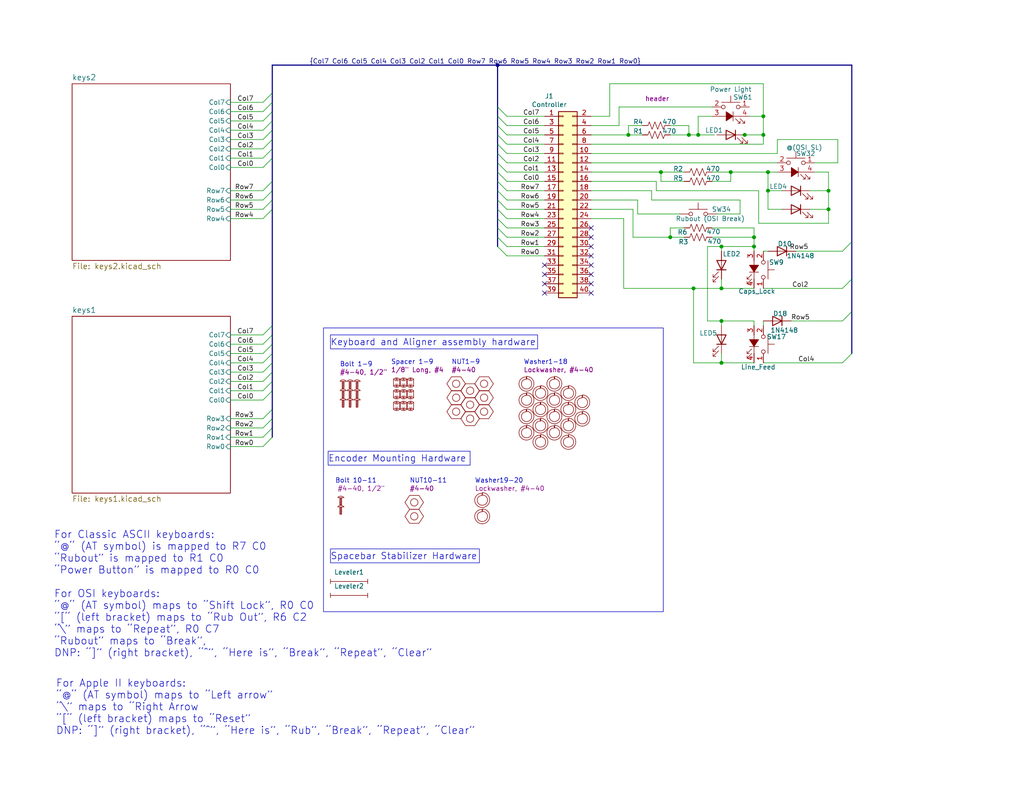
<source format=kicad_sch>
(kicad_sch (version 20230121) (generator eeschema)
  (paper "USLetter")
  (title_block (title "Unified Retro Keyboard") (date "2022-04-09") (rev "1.13") (company "OSIWeb.org") (comment 1 "Main sheet with connector"))
  (junction (at 203.2 36.83))
  (junction (at 180.34 46.99))
  (junction (at 199.39 46.99))
  (junction (at 135.763 17.78))
  (junction (at 226.06 52.07))
  (junction (at 226.06 57.15))
  (junction (at 171.45 36.83))
  (junction (at 196.85 99.06))
  (junction (at 209.55 52.07))
  (junction (at 187.96 36.83))
  (junction (at 190.5 36.83))
  (junction (at 196.85 78.74))
  (junction (at 205.74 64.77))
  (junction (at 209.55 46.99))
  (junction (at 182.88 64.77))
  (junction (at 196.85 67.31))
  (junction (at 196.85 87.63))
  (junction (at 189.23 78.74))
  (junction (at 208.28 31.75))
  (junction (at 205.74 67.31))
  (junction (at 208.28 36.83))
  (no_connect (at 161.29 64.77))
  (no_connect (at 161.29 74.93))
  (no_connect (at 161.29 62.23))
  (no_connect (at 148.59 72.39))
  (no_connect (at 161.29 72.39))
  (no_connect (at 148.59 74.93))
  (no_connect (at 148.59 80.01))
  (no_connect (at 148.59 77.47))
  (no_connect (at 161.29 77.47))
  (no_connect (at 161.29 69.85))
  (no_connect (at 161.29 67.31))
  (no_connect (at 161.29 80.01))
  (bus_entry (at 71.755 54.61) (size 2.54 -2.54))
  (bus_entry (at 71.755 33.02) (size 2.54 -2.54))
  (bus_entry (at 71.755 106.68) (size 2.54 -2.54))
  (bus_entry (at 229.87 99.06) (size 2.54 -2.54))
  (bus_entry (at 71.755 99.06) (size 2.54 -2.54))
  (bus_entry (at 71.755 57.15) (size 2.54 -2.54))
  (bus_entry (at 71.755 114.3) (size 2.54 -2.54))
  (bus_entry (at 138.303 69.85) (size -2.54 -2.54))
  (bus_entry (at 71.755 101.6) (size 2.54 -2.54))
  (bus_entry (at 71.755 96.52) (size 2.54 -2.54))
  (bus_entry (at 229.87 78.74) (size 2.54 -2.54))
  (bus_entry (at 71.755 52.07) (size 2.54 -2.54))
  (bus_entry (at 71.755 104.14) (size 2.54 -2.54))
  (bus_entry (at 71.755 93.98) (size 2.54 -2.54))
  (bus_entry (at 71.755 30.48) (size 2.54 -2.54))
  (bus_entry (at 71.755 43.18) (size 2.54 -2.54))
  (bus_entry (at 71.755 121.92) (size 2.54 -2.54))
  (bus_entry (at 71.755 38.1) (size 2.54 -2.54))
  (bus_entry (at 138.303 31.75) (size -2.54 -2.54))
  (bus_entry (at 138.303 34.29) (size -2.54 -2.54))
  (bus_entry (at 138.303 36.83) (size -2.54 -2.54))
  (bus_entry (at 138.303 39.37) (size -2.54 -2.54))
  (bus_entry (at 229.87 68.58) (size 2.54 -2.54))
  (bus_entry (at 71.755 109.22) (size 2.54 -2.54))
  (bus_entry (at 138.303 41.91) (size -2.54 -2.54))
  (bus_entry (at 138.303 64.77) (size -2.54 -2.54))
  (bus_entry (at 138.303 62.23) (size -2.54 -2.54))
  (bus_entry (at 138.303 44.45) (size -2.54 -2.54))
  (bus_entry (at 138.303 46.99) (size -2.54 -2.54))
  (bus_entry (at 138.303 49.53) (size -2.54 -2.54))
  (bus_entry (at 138.303 52.07) (size -2.54 -2.54))
  (bus_entry (at 138.303 57.15) (size -2.54 -2.54))
  (bus_entry (at 138.303 59.69) (size -2.54 -2.54))
  (bus_entry (at 138.303 67.31) (size -2.54 -2.54))
  (bus_entry (at 138.303 54.61) (size -2.54 -2.54))
  (bus_entry (at 71.755 91.44) (size 2.54 -2.54))
  (bus_entry (at 71.755 40.64) (size 2.54 -2.54))
  (bus_entry (at 71.755 45.72) (size 2.54 -2.54))
  (bus_entry (at 71.755 119.38) (size 2.54 -2.54))
  (bus_entry (at 71.755 59.69) (size 2.54 -2.54))
  (bus_entry (at 71.755 116.84) (size 2.54 -2.54))
  (bus_entry (at 229.87 87.63) (size 2.54 -2.54))
  (bus_entry (at 71.755 27.94) (size 2.54 -2.54))
  (bus_entry (at 71.755 35.56) (size 2.54 -2.54))
  (bus (pts (xy 74.295 93.98) (xy 74.295 96.52)))
  (wire (pts (xy 182.88 34.29) (xy 187.96 34.29)))
  (wire (pts (xy 180.34 49.53) (xy 180.34 46.99)))
  (wire (pts (xy 62.865 43.18) (xy 71.755 43.18)))
  (wire (pts (xy 71.755 45.72) (xy 62.865 45.72)))
  (bus (pts (xy 135.763 62.23) (xy 135.763 64.77)))
  (bus (pts (xy 135.763 36.83) (xy 135.763 39.37)))
  (wire (pts (xy 207.01 60.96) (xy 226.06 60.96)))
  (bus (pts (xy 74.295 88.9) (xy 74.295 91.44)))
  (wire (pts (xy 209.55 57.15) (xy 213.36 57.15)))
  (wire (pts (xy 172.72 64.77) (xy 182.88 64.77)))
  (wire (pts (xy 193.04 67.31) (xy 193.04 87.63)))
  (wire (pts (xy 71.755 109.22) (xy 62.865 109.22)))
  (wire (pts (xy 161.29 52.07) (xy 177.8 52.07)))
  (wire (pts (xy 208.28 87.63) (xy 208.28 88.9)))
  (wire (pts (xy 161.29 54.61) (xy 173.99 54.61)))
  (wire (pts (xy 209.55 46.99) (xy 209.55 52.07)))
  (wire (pts (xy 161.29 46.99) (xy 180.34 46.99)))
  (bus (pts (xy 232.41 17.78) (xy 232.41 66.04)))
  (bus (pts (xy 74.295 40.64) (xy 74.295 43.18)))
  (wire (pts (xy 71.755 54.61) (xy 62.865 54.61)))
  (wire (pts (xy 71.755 30.48) (xy 62.865 30.48)))
  (wire (pts (xy 187.96 36.83) (xy 190.5 36.83)))
  (wire (pts (xy 190.5 31.75) (xy 194.31 31.75)))
  (wire (pts (xy 226.06 52.07) (xy 226.06 57.15)))
  (wire (pts (xy 177.8 52.07) (xy 177.8 54.61)))
  (bus (pts (xy 135.763 41.91) (xy 135.763 44.45)))
  (bus (pts (xy 135.763 57.15) (xy 135.763 59.69)))
  (wire (pts (xy 196.85 96.52) (xy 196.85 99.06)))
  (wire (pts (xy 202.565 36.83) (xy 203.2 36.83)))
  (bus (pts (xy 74.295 96.52) (xy 74.295 99.06)))
  (wire (pts (xy 161.29 44.45) (xy 212.09 44.45)))
  (wire (pts (xy 138.303 34.29) (xy 148.59 34.29)))
  (wire (pts (xy 171.45 36.83) (xy 175.26 36.83)))
  (wire (pts (xy 217.17 68.58) (xy 229.87 68.58)))
  (wire (pts (xy 187.96 34.29) (xy 187.96 36.83)))
  (wire (pts (xy 168.91 29.21) (xy 194.31 29.21)))
  (wire (pts (xy 62.865 96.52) (xy 71.755 96.52)))
  (wire (pts (xy 212.09 38.1) (xy 212.09 41.91)))
  (bus (pts (xy 135.763 54.61) (xy 135.763 57.15)))
  (wire (pts (xy 71.755 35.56) (xy 62.865 35.56)))
  (wire (pts (xy 71.755 99.06) (xy 62.865 99.06)))
  (bus (pts (xy 135.763 31.75) (xy 135.763 34.29)))
  (wire (pts (xy 182.88 62.23) (xy 182.88 64.77)))
  (wire (pts (xy 186.69 49.53) (xy 180.34 49.53)))
  (wire (pts (xy 161.29 39.37) (xy 208.28 39.37)))
  (wire (pts (xy 62.865 119.38) (xy 71.755 119.38)))
  (bus (pts (xy 74.295 30.48) (xy 74.295 33.02)))
  (wire (pts (xy 220.98 52.07) (xy 226.06 52.07)))
  (wire (pts (xy 168.91 34.29) (xy 168.91 29.21)))
  (wire (pts (xy 204.47 31.75) (xy 208.28 31.75)))
  (wire (pts (xy 189.23 99.06) (xy 196.85 99.06)))
  (wire (pts (xy 196.85 99.06) (xy 205.74 99.06)))
  (wire (pts (xy 228.6 44.45) (xy 228.6 38.1)))
  (wire (pts (xy 179.07 49.53) (xy 179.07 52.07)))
  (wire (pts (xy 226.06 57.15) (xy 226.06 60.96)))
  (wire (pts (xy 203.2 36.83) (xy 208.28 36.83)))
  (wire (pts (xy 205.74 64.77) (xy 205.74 67.31)))
  (wire (pts (xy 62.865 57.15) (xy 71.755 57.15)))
  (wire (pts (xy 161.29 57.15) (xy 172.72 57.15)))
  (wire (pts (xy 180.34 46.99) (xy 186.69 46.99)))
  (bus (pts (xy 74.295 27.94) (xy 74.295 30.48)))
  (wire (pts (xy 194.31 62.23) (xy 205.74 62.23)))
  (bus (pts (xy 74.295 111.76) (xy 74.295 114.3)))
  (wire (pts (xy 62.865 52.07) (xy 71.755 52.07)))
  (wire (pts (xy 196.85 76.2) (xy 196.85 78.74)))
  (bus (pts (xy 135.763 29.21) (xy 135.763 31.75)))
  (wire (pts (xy 209.55 52.07) (xy 209.55 57.15)))
  (wire (pts (xy 71.755 104.14) (xy 62.865 104.14)))
  (wire (pts (xy 148.59 52.07) (xy 138.303 52.07)))
  (wire (pts (xy 208.28 22.86) (xy 208.28 31.75)))
  (bus (pts (xy 74.295 91.44) (xy 74.295 93.98)))
  (wire (pts (xy 148.59 39.37) (xy 138.303 39.37)))
  (wire (pts (xy 196.85 78.74) (xy 205.74 78.74)))
  (wire (pts (xy 201.93 54.61) (xy 201.93 58.42)))
  (wire (pts (xy 208.28 99.06) (xy 229.87 99.06)))
  (wire (pts (xy 138.303 44.45) (xy 148.59 44.45)))
  (wire (pts (xy 226.06 46.99) (xy 226.06 52.07)))
  (wire (pts (xy 161.29 34.29) (xy 168.91 34.29)))
  (wire (pts (xy 182.88 36.83) (xy 187.96 36.83)))
  (wire (pts (xy 199.39 49.53) (xy 199.39 46.99)))
  (wire (pts (xy 161.29 36.83) (xy 171.45 36.83)))
  (bus (pts (xy 135.763 49.53) (xy 135.763 52.07)))
  (bus (pts (xy 74.295 101.6) (xy 74.295 104.14)))
  (wire (pts (xy 199.39 46.99) (xy 209.55 46.99)))
  (bus (pts (xy 74.295 106.68) (xy 74.295 111.76)))
  (wire (pts (xy 194.31 46.99) (xy 199.39 46.99)))
  (wire (pts (xy 209.55 46.99) (xy 212.09 46.99)))
  (wire (pts (xy 215.9 87.63) (xy 229.87 87.63)))
  (wire (pts (xy 138.303 64.77) (xy 148.59 64.77)))
  (wire (pts (xy 220.98 57.15) (xy 226.06 57.15)))
  (wire (pts (xy 148.59 31.75) (xy 138.303 31.75)))
  (wire (pts (xy 194.31 49.53) (xy 199.39 49.53)))
  (wire (pts (xy 161.29 41.91) (xy 212.09 41.91)))
  (wire (pts (xy 190.5 36.83) (xy 190.5 31.75)))
  (bus (pts (xy 74.295 17.78) (xy 135.763 17.78)))
  (wire (pts (xy 170.18 59.69) (xy 170.18 78.74)))
  (wire (pts (xy 173.99 58.42) (xy 185.42 58.42)))
  (wire (pts (xy 148.59 41.91) (xy 138.303 41.91)))
  (wire (pts (xy 190.5 36.83) (xy 194.945 36.83)))
  (wire (pts (xy 148.59 62.23) (xy 138.303 62.23)))
  (wire (pts (xy 148.59 57.15) (xy 138.303 57.15)))
  (wire (pts (xy 138.303 54.61) (xy 148.59 54.61)))
  (bus (pts (xy 232.41 85.09) (xy 232.41 96.52)))
  (wire (pts (xy 71.755 40.64) (xy 62.865 40.64)))
  (wire (pts (xy 62.865 27.94) (xy 71.755 27.94)))
  (bus (pts (xy 74.295 43.18) (xy 74.295 49.53)))
  (wire (pts (xy 171.45 34.29) (xy 175.26 34.29)))
  (wire (pts (xy 189.23 78.74) (xy 196.85 78.74)))
  (wire (pts (xy 138.303 69.85) (xy 148.59 69.85)))
  (bus (pts (xy 74.295 57.15) (xy 74.295 88.9)))
  (wire (pts (xy 196.85 87.63) (xy 205.74 87.63)))
  (wire (pts (xy 196.85 87.63) (xy 196.85 88.9)))
  (wire (pts (xy 205.74 62.23) (xy 205.74 64.77)))
  (wire (pts (xy 205.74 67.31) (xy 205.74 68.58)))
  (wire (pts (xy 194.31 64.77) (xy 205.74 64.77)))
  (wire (pts (xy 222.25 46.99) (xy 226.06 46.99)))
  (wire (pts (xy 62.865 101.6) (xy 71.755 101.6)))
  (wire (pts (xy 179.07 52.07) (xy 207.01 52.07)))
  (wire (pts (xy 195.58 58.42) (xy 201.93 58.42)))
  (wire (pts (xy 62.865 91.44) (xy 71.755 91.44)))
  (bus (pts (xy 74.295 52.07) (xy 74.295 54.61)))
  (bus (pts (xy 74.295 17.78) (xy 74.295 25.4)))
  (wire (pts (xy 177.8 54.61) (xy 201.93 54.61)))
  (bus (pts (xy 74.295 114.3) (xy 74.295 116.84)))
  (bus (pts (xy 135.763 17.78) (xy 232.41 17.78)))
  (bus (pts (xy 135.763 52.07) (xy 135.763 54.61)))
  (wire (pts (xy 62.865 33.02) (xy 71.755 33.02)))
  (wire (pts (xy 166.37 31.75) (xy 166.37 22.86)))
  (wire (pts (xy 193.04 67.31) (xy 196.85 67.31)))
  (bus (pts (xy 74.295 54.61) (xy 74.295 57.15)))
  (bus (pts (xy 74.295 104.14) (xy 74.295 106.68)))
  (wire (pts (xy 189.23 99.06) (xy 189.23 78.74)))
  (wire (pts (xy 208.28 31.75) (xy 208.28 36.83)))
  (wire (pts (xy 148.59 46.99) (xy 138.303 46.99)))
  (wire (pts (xy 71.755 116.84) (xy 62.865 116.84)))
  (wire (pts (xy 62.865 38.1) (xy 71.755 38.1)))
  (bus (pts (xy 135.763 39.37) (xy 135.763 41.91)))
  (wire (pts (xy 161.29 59.69) (xy 170.18 59.69)))
  (wire (pts (xy 186.69 62.23) (xy 182.88 62.23)))
  (wire (pts (xy 205.74 88.9) (xy 205.74 87.63)))
  (bus (pts (xy 74.295 116.84) (xy 74.295 119.38)))
  (bus (pts (xy 135.763 59.69) (xy 135.763 62.23)))
  (wire (pts (xy 148.59 36.83) (xy 138.303 36.83)))
  (wire (pts (xy 182.88 64.77) (xy 186.69 64.77)))
  (wire (pts (xy 228.6 38.1) (xy 212.09 38.1)))
  (wire (pts (xy 161.29 49.53) (xy 179.07 49.53)))
  (bus (pts (xy 74.295 38.1) (xy 74.295 40.64)))
  (wire (pts (xy 170.18 78.74) (xy 189.23 78.74)))
  (wire (pts (xy 138.303 67.31) (xy 148.59 67.31)))
  (wire (pts (xy 71.755 121.92) (xy 62.865 121.92)))
  (bus (pts (xy 74.295 33.02) (xy 74.295 35.56)))
  (wire (pts (xy 161.29 31.75) (xy 166.37 31.75)))
  (wire (pts (xy 208.28 36.83) (xy 208.28 39.37)))
  (bus (pts (xy 74.295 35.56) (xy 74.295 38.1)))
  (bus (pts (xy 232.41 76.2) (xy 232.41 85.09)))
  (bus (pts (xy 135.763 34.29) (xy 135.763 36.83)))
  (bus (pts (xy 135.763 17.78) (xy 135.763 29.21)))
  (wire (pts (xy 209.55 52.07) (xy 213.36 52.07)))
  (bus (pts (xy 232.41 66.04) (xy 232.41 76.2)))
  (wire (pts (xy 207.01 52.07) (xy 207.01 60.96)))
  (wire (pts (xy 138.303 59.69) (xy 148.59 59.69)))
  (bus (pts (xy 135.763 64.77) (xy 135.763 67.31)))
  (wire (pts (xy 222.25 44.45) (xy 228.6 44.45)))
  (wire (pts (xy 196.85 67.31) (xy 205.74 67.31)))
  (bus (pts (xy 74.295 25.4) (xy 74.295 27.94)))
  (wire (pts (xy 138.303 49.53) (xy 148.59 49.53)))
  (wire (pts (xy 166.37 22.86) (xy 208.28 22.86)))
  (wire (pts (xy 71.755 93.98) (xy 62.865 93.98)))
  (bus (pts (xy 135.763 44.45) (xy 135.763 46.99)))
  (wire (pts (xy 62.865 114.3) (xy 71.755 114.3)))
  (wire (pts (xy 172.72 57.15) (xy 172.72 64.77)))
  (wire (pts (xy 196.85 67.31) (xy 196.85 68.58)))
  (wire (pts (xy 171.45 36.83) (xy 171.45 34.29)))
  (wire (pts (xy 193.04 87.63) (xy 196.85 87.63)))
  (bus (pts (xy 74.295 99.06) (xy 74.295 101.6)))
  (bus (pts (xy 135.763 46.99) (xy 135.763 49.53)))
  (wire (pts (xy 71.755 59.69) (xy 62.865 59.69)))
  (wire (pts (xy 62.865 106.68) (xy 71.755 106.68)))
  (bus (pts (xy 74.295 49.53) (xy 74.295 52.07)))
  (wire (pts (xy 209.55 68.58) (xy 208.28 68.58)))
  (wire (pts (xy 173.99 58.42) (xy 173.99 54.61)))
  (wire (pts (xy 208.28 78.74) (xy 229.87 78.74)))
  (rectangle (start 90.17 91.44) (end 146.685 95.25))
  (rectangle (start 88.265 89.535) (end 180.975 167.005))
  (rectangle (start 90.17 149.86) (end 130.81 153.67))
  (rectangle (start 89.535 123.19) (end 128.27 127))
  (text "Washer19-20" (at 129.54 132.08 0) (effects (font (size 1.27 1.27)) (justify left bottom)))
  (text "For Apple II keyboards:\n“@“ (AT symbol) maps to “Left arrow”\n“\\” maps to “Right Arrow\n“[“ (left bracket) maps to “Reset”\nDNP: “]” (right bracket), “^”, “Here is”, “Rub”, “Break”, “Repeat”, “Clear”" (at 15.24 200.787 0) (effects (font (size 2.0066 2.0066)) (justify left bottom)))
  (text "For OSI keyboards:\n“@“ (AT symbol) maps to “Shift Lock”, R0 C0\n“[“ (left bracket) maps to “Rub Out”, R6 C2\n“\\” maps to “Repeat”, R0 C7\n“Rubout” maps to “Break”, \nDNP: “]” (right bracket), “^”, “Here is”, “Break”, “Repeat”, “Clear”" (at 14.732 179.578 0) (effects (font (size 2.0066 2.0066)) (justify left bottom)))
  (text "Encoder Mounting Hardware" (at 89.535 126.365 0) (effects (font (size 1.778 1.778)) (justify left bottom)))
  (text "Bolt 1-9" (at 92.71 100.33 0) (effects (font (size 1.27 1.27)) (justify left bottom)))
  (text "NUT1-9" (at 123.19 99.695 0) (effects (font (size 1.27 1.27)) (justify left bottom)))
  (text "Washer1-18" (at 142.875 99.695 0) (effects (font (size 1.27 1.27)) (justify left bottom)))
  (text "Bolt 10-11" (at 91.44 132.08 0) (effects (font (size 1.27 1.27)) (justify left bottom)))
  (text "Spacebar Stabilizer Hardware" (at 90.17 153.035 0) (effects (font (size 1.778 1.778)) (justify left bottom)))
  (text "For Classic ASCII keyboards:\n“@“ (AT symbol) is mapped to R7 C0\n“Rubout” is mapped to R1 C0\n“Power Button” is mapped to R0 C0\n" (at 14.732 156.972 0) (effects (font (size 2.0066 2.0066)) (justify left bottom)))
  (text "Spacer 1-9" (at 106.68 99.695 0) (effects (font (size 1.27 1.27)) (justify left bottom)))
  (text "Keyboard and Aligner assembly hardware" (at 90.17 94.615 0) (effects (font (size 1.778 1.778)) (justify left bottom)))
  (text "NUT10-11" (at 111.76 132.08 0) (effects (font (size 1.27 1.27)) (justify left bottom)))
  (label "Col0" (at 69.215 109.22 180))
  (label "Row5" (at 220.5972 68.4079 180))
  (label "Row6" (at 147.193 54.61 180))
  (label "Row6" (at 69.215 54.61 180))
  (label "Col3" (at 69.215 101.6 180))
  (label "Col3" (at 69.215 38.1 180))
  (label "Col2" (at 220.599 78.74 180))
  (label "Row5" (at 69.215 57.15 180))
  (label "Col2" (at 69.215 104.14 180))
  (label "Col3" (at 147.193 41.91 180))
  (label "{Col7 Col6 Col5 Col4 Col3 Col2 Col1 Col0 Row7 Row6 Row5 Row4 Row3 Row2 Row1 Row0}" (at 84.455 17.78 0))
  (label "Row0" (at 69.215 121.92 180))
  (label "Col4" (at 222.25 99.06 180))
  (label "Col5" (at 69.215 96.52 180))
  (label "Row1" (at 69.215 119.38 180))
  (label "Col7" (at 147.193 31.75 180))
  (label "Col1" (at 147.193 46.99 180))
  (label "Col6" (at 147.193 34.29 180))
  (label "Row1" (at 147.193 67.31 180))
  (label "Row7" (at 69.215 52.07 180))
  (label "Col2" (at 147.193 44.45 180))
  (label "Col5" (at 147.193 36.83 180))
  (label "Col2" (at 69.215 40.64 180))
  (label "Col4" (at 69.215 99.06 180))
  (label "Col0" (at 69.215 45.72 180))
  (label "Col4" (at 147.193 39.37 180))
  (label "Col1" (at 69.215 43.18 180))
  (label "Row4" (at 147.193 59.69 180))
  (label "Row5" (at 220.98 87.63 180))
  (label "Row2" (at 147.193 64.77 180))
  (label "Row5" (at 147.193 57.15 180))
  (label "Col6" (at 69.215 30.48 180))
  (label "Row2" (at 69.215 116.84 180))
  (label "Col1" (at 69.215 106.68 180))
  (label "Row7" (at 147.193 52.07 180))
  (label "Col4" (at 69.215 35.56 180))
  (label "Row0" (at 147.193 69.85 180))
  (label "Row3" (at 147.193 62.23 180))
  (label "Col6" (at 69.215 93.98 180))
  (label "Col0" (at 147.193 49.53 180))
  (label "Col5" (at 69.215 33.02 180))
  (label "Col7" (at 69.215 27.94 180))
  (label "Row3" (at 69.215 114.3 180))
  (label "Row4" (at 69.215 59.69 180))
  (label "Col7" (at 69.215 91.44 180))
  (symbol (lib_id "unikbd:CONN 3M 929975-01-20-RK 40 pin female header, straight, TH, 0.254{dblquote}") (at 148.59 54.61 0) (unit 1)
    (property "Reference" "J1" (at 149.86 26.2382 0))
    (property "Value" "Controller" (at 149.86 28.5496 0))
    (property "Footprint" "unikbd:kbd_header_and_mounting_holes" (effects hide))
    (property "Fitted" "YES" (effects hide))
    (property "Substitution OK" " YES " (effects hide))
    (property "Comment" "20x2 0.1\" socket header. Mount on bottom side" (effects hide))
    (property "Component Value" "header" (at 179.324 26.924 0))
    (property "Tolerance" "If applicable" (effects hide))
    (property "Manufacturer" "3M" (effects hide))
    (property "Manufacturer Link" "https://www.3m.com/3M/en_US/p/d/b10419776/" (effects hide))
    (property "RoHS" "Yes" (effects hide))
    (property "RoHS Document Link" "https://4donline.ihs.com/images/VipMasterIC/IC/IIIM/IIIM-E-A0004687669/IIIM-E-A0004699241-1.pdf?hkey=6D0214268300F1406B835FE51CB13195" (effects hide))
    (property "Manufacturer PN" "929975-01-20-RK" (effects hide))
    (property "Allow Substitution" "Yes" (effects hide))
    (property "Tracking" "No" (effects hide))
    (property "Component Type" "Connector" (effects hide))
    (property "Number of Pins" "40" (effects hide))
    (property "Temp (Storage)" "If applicable" (effects hide))
    (property "Temp (Operating)" "-40C/+105C" (effects hide))
    (property "Temp (Soldering)" "If applicable" (effects hide))
    (property "Temp Coeff." "If applicable" (effects hide))
    (property "Power Rating" "If applicable" (effects hide))
    (property "Material" "If applicable" (effects hide))
    (property "Class" "If applicable" (effects hide))
    (property "Standards Version" "1.1" (effects hide))
  )
  (symbol (lib_id "unikbd:SW Cherry MX/Futaba 1U Style A") (at 190.5 58.42 0) (mirror y) (unit 1)
    (property "Reference" "SW34" (at 196.85 57.15 0))
    (property "Value" "Rubout (OSI Break)" (at 193.802 59.69 0))
    (property "Footprint" "unikbd:Key_MX" (effects hide))
    (property "Comment" "Common to all layouts" (effects hide))
    (property "Fitted" "YES" (effects hide))
    (property "Substitution OK" "NO" (effects hide))
    (property "Component Value" "Key" (effects hide))
    (property "Tolerance" "If applicable" (effects hide))
    (property "Manufacturer" "Cherry" (effects hide))
    (property "Manufacturer Link" "https://www.cherrymx.de/en/cherry-mx/mx-original/mx-black.html" (effects hide))
    (property "RoHS Document Link" "https://www.mouser.com/catalog/additional/Cherry_Electrical_Products_5409_RoHS_Certificate.pdf" (effects hide))
    (property "Manufacturer PN" "MX1A-11NN" (effects hide))
    (property "RoHS" "Yes" (effects hide))
    (property "Allow Substitution" "Yes" (effects hide))
    (property "Tracking" "No" (effects hide))
    (property "Component Type" "Switch" (effects hide))
    (property "Number of Pins" "2" (effects hide))
    (property "Temp (Operating)" "-40C/+170C" (effects hide))
    (property "Temp (Soldering)" "If applicable" (effects hide))
    (property "Temp Coeff." "If applicable" (effects hide))
    (property "Power Rating" "10 mA" (effects hide))
    (property "Material" "If applicable" (effects hide))
    (property "Class" "If applicable" (effects hide))
    (property "Standards Version" "1.1" (effects hide))
  )
  (symbol (lib_id "unikbd:SW_Push_LED") (at 205.74 73.66 270) (unit 1)
    (property "Reference" "SW9" (at 211.836 71.628 90))
    (property "Value" "Caps_Lock" (at 206.502 79.502 90))
    (property "Footprint" "unikbd:Key_MX_LED" (effects hide))
    (property "Fitted" "NO" (effects hide))
    (property "Substitution OK" "NO" (effects hide))
  )
  (symbol (lib_id "unikbd:diode-combined") (at 213.36 68.58 180) (unit 1)
    (property "Reference" "D10" (at 212.1916 66.5734 0) (effects (justify right)))
    (property "Value" "1N4148" (at 214.63 69.85 0) (effects (justify right)))
    (property "Footprint" "unikbd:diode-combined" (effects hide))
    (property "Datasheet" "https://assets.nexperia.com/documents/data-sheet/1N4148_1N4448.pdf" (effects hide))
    (property "Fitted" "YES" (effects hide))
    (property "Substitution OK" " YES " (effects hide))
    (property "Comment" "<1.25V forward voltage.  " (effects hide))
    (property "Manufacturer" "ON Semiconductor" (effects hide))
    (property "Manufacturer Part Number" "MMBD914LT3G " (effects hide))
    (property "Package" " SOT-23-3 " (effects hide))
    (property "LCSC" "C118751" (effects hide))
    (property "Manufacturer PN" "MMBD914LT3G " (effects hide))
  )
  (symbol (lib_id "unikbd:LED Cree C5SMF-RJE-CT0W0BB2 T1-3/4 5mm Red, 2200 mcd") (at 217.17 52.07 0) (mirror y) (unit 1)
    (property "Reference" "LED4" (at 209.931 50.927 0) (effects (justify right)))
    (property "Value" "LED" (effects hide))
    (property "Footprint" "LED_THT:LED_D5.0mm" (effects hide))
    (property "Fitted" "NO" (effects hide))
    (property "Substitution OK" " YES " (effects hide))
    (property "Comment" "3mm Through-hole LED, 0.1\" spacing" (effects hide))
    (property "Allow Substitution" "Yes" (effects hide))
    (property "BOM Comment" "Install into switch" (effects hide))
    (property "Component Type" "LED" (effects hide))
    (property "Component Value" "Amber" (effects hide))
    (property "Manufacturer" "Lumex" (effects hide))
    (property "Manufacturer Link" "https://www.lumex.com/datasheet/SSL-LX3044AD" (effects hide))
    (property "Manufacturer PN" "SSL-LX3044AD" (effects hide))
    (property "RoHS" "Yes" (effects hide))
    (property "RoHS Document Link" "https://www.mouser.com/catalog/additional/Lumex_6960_RoHS_Certificate.pdf" (effects hide))
    (property "Number of Pins" "2" (effects hide))
    (property "Package" "T-1 (3mm)" (effects hide))
    (property "Power Rating" "105mW" (effects hide))
    (property "Temp (Operating)" "-40C/+85C" (effects hide))
    (property "Tracking" "No" (effects hide))
    (property "Standards Version" "1.1" (effects hide))
  )
  (symbol (lib_id "unikbd:LED_Lumex_696-SSL-LX3044AD__3mm_amber_THT") (at 199.39 36.83 0) (mirror y) (unit 1)
    (property "Reference" "LED1" (at 192.405 35.56 0) (effects (justify right)))
    (property "Value" "LED" (effects hide))
    (property "Footprint" "LED_THT:LED_D2.0mm_W4.8mm_H2.5mm_FlatTop" (effects hide))
    (property "Datasheet" "https://www.lumex.com/datasheet/SSL-LX3044AD" (effects hide))
    (property "Fitted" "YES" (effects hide))
    (property "Substitution OK" " YES " (effects hide))
    (property "Comment" "3mm Through-hole LED, 0.1\" spacing" (effects hide))
    (property "Allow Substitution" "Yes" (effects hide))
    (property "BOM Comment" "Install into switch" (effects hide))
    (property "Component Type" "LED" (effects hide))
    (property "Component Value" "Amber" (effects hide))
    (property "Manufacturer" "Lumex" (effects hide))
    (property "Manufacturer Link" "https://www.lumex.com/datasheet/SSL-LX3044AD" (effects hide))
    (property "Manufacturer PN" "SSL-LX3044AD" (effects hide))
    (property "Manufacturer Part Number" "SSL-LX3044AD" (effects hide))
    (property "Number of Pins" "2" (effects hide))
    (property "Package" "T-1 (3mm)" (effects hide))
    (property "Power Rating" "105mW" (effects hide))
    (property "RoHS" "Yes" (effects hide))
    (property "RoHS Document Link" "https://www.mouser.com/catalog/additional/Lumex_6960_RoHS_Certificate.pdf" (effects hide))
    (property "Standards Version" "1.1" (effects hide))
    (property "Temp (Operating)" "-40C/+85C" (effects hide))
    (property "Tracking" "No" (effects hide))
  )
  (symbol (lib_id "unikbd:LED_Lumex_696-SSL-LX3044AD__3mm_amber_THT") (at 196.85 72.39 270) (mirror x) (unit 1)
    (property "Reference" "LED2" (at 202.057 69.342 90) (effects (justify right)))
    (property "Value" "LED" (effects hide))
    (property "Footprint" "LED_THT:LED_D2.0mm_W4.8mm_H2.5mm_FlatTop" (effects hide))
    (property "Datasheet" "https://www.lumex.com/datasheet/SSL-LX3044AD" (effects hide))
    (property "Fitted" "YES" (effects hide))
    (property "Substitution OK" " YES " (effects hide))
    (property "Comment" "3mm Through-hole LED, 0.1\" spacing" (effects hide))
    (property "Allow Substitution" "Yes" (effects hide))
    (property "BOM Comment" "Install into switch" (effects hide))
    (property "Component Type" "LED" (effects hide))
    (property "Component Value" "Amber" (effects hide))
    (property "Manufacturer" "Lumex" (effects hide))
    (property "Manufacturer Link" "https://www.lumex.com/datasheet/SSL-LX3044AD" (effects hide))
    (property "Manufacturer PN" "SSL-LX3044AD" (effects hide))
    (property "Manufacturer Part Number" "SSL-LX3044AD" (effects hide))
    (property "Number of Pins" "2" (effects hide))
    (property "Package" "T-1 (3mm)" (effects hide))
    (property "Power Rating" "105mW" (effects hide))
    (property "RoHS" "Yes" (effects hide))
    (property "RoHS Document Link" "https://www.mouser.com/catalog/additional/Lumex_6960_RoHS_Certificate.pdf" (effects hide))
    (property "Standards Version" "1.1" (effects hide))
    (property "Temp (Operating)" "-40C/+85C" (effects hide))
    (property "Tracking" "No" (effects hide))
  )
  (symbol (lib_id "unikbd:SW_Push_LED") (at 205.74 93.98 270) (unit 1)
    (property "Reference" "SW17" (at 211.836 91.948 90))
    (property "Value" "Line_Feed" (at 206.883 100.203 90))
    (property "Footprint" "unikbd:Key_MX_LED" (effects hide))
    (property "Comment" "Common to all layouts" (effects hide))
    (property "Fitted" "YES" (effects hide))
    (property "Substitution OK" "NO" (effects hide))
  )
  (symbol (lib_id "unikbd:diode-combined") (at 212.09 87.63 180) (unit 1)
    (property "Reference" "D18" (at 210.9216 85.6234 0) (effects (justify right)))
    (property "Value" "1N4148" (at 210.185 90.17 0) (effects (justify right)))
    (property "Footprint" "unikbd:diode-combined" (effects hide))
    (property "Datasheet" "https://assets.nexperia.com/documents/data-sheet/1N4148_1N4448.pdf" (effects hide))
    (property "Fitted" "YES" (effects hide))
    (property "Substitution OK" " YES " (effects hide))
    (property "Comment" "<1.25V forward voltage.  " (effects hide))
    (property "Manufacturer" "ON Semiconductor" (effects hide))
    (property "Manufacturer Part Number" "MMBD914LT3G " (effects hide))
    (property "Package" " SOT-23-3 " (effects hide))
    (property "LCSC" "C118751" (effects hide))
    (property "Manufacturer PN" "MMBD914LT3G " (effects hide))
  )
  (symbol (lib_id "unikbd:LED_Lumex_696-SSL-LX3044AD__3mm_amber_THT") (at 217.17 57.15 0) (mirror y) (unit 1)
    (property "Reference" "LED3" (effects hide))
    (property "Value" "LED" (effects hide))
    (property "Footprint" "LED_THT:LED_D2.0mm_W4.8mm_H2.5mm_FlatTop" (effects hide))
    (property "Datasheet" "https://www.lumex.com/datasheet/SSL-LX3044AD" (effects hide))
    (property "Fitted" "YES" (effects hide))
    (property "Substitution OK" " YES " (effects hide))
    (property "Comment" "3mm Through-hole LED, 0.1\" spacing" (effects hide))
    (property "Allow Substitution" "Yes" (effects hide))
    (property "BOM Comment" "Install into switch" (effects hide))
    (property "Component Type" "LED" (effects hide))
    (property "Component Value" "Amber" (effects hide))
    (property "Manufacturer" "Lumex" (effects hide))
    (property "Manufacturer Link" "https://www.lumex.com/datasheet/SSL-LX3044AD" (effects hide))
    (property "Manufacturer PN" "SSL-LX3044AD" (effects hide))
    (property "Manufacturer Part Number" "SSL-LX3044AD" (effects hide))
    (property "Number of Pins" "2" (effects hide))
    (property "Package" "T-1 (3mm)" (effects hide))
    (property "Power Rating" "105mW" (effects hide))
    (property "RoHS" "Yes" (effects hide))
    (property "RoHS Document Link" "https://www.mouser.com/catalog/additional/Lumex_6960_RoHS_Certificate.pdf" (effects hide))
    (property "Standards Version" "1.1" (effects hide))
    (property "Temp (Operating)" "-40C/+85C" (effects hide))
    (property "Tracking" "No" (effects hide))
  )
  (symbol (lib_id "unikbd:SW_Push_LED") (at 199.39 31.75 0) (unit 1)
    (property "Reference" "SW61" (at 202.692 26.543 0))
    (property "Value" "Power Light" (at 199.39 24.384 0))
    (property "Footprint" "unikbd:Key_MX_LED" (effects hide))
    (property "Fitted" "Yes" (effects hide))
    (property "Substitution OK" "NO" (effects hide))
  )
  (symbol (lib_id "unikbd:SW_Push_LED") (at 217.17 46.99 0) (unit 1)
    (property "Reference" "SW32" (at 219.837 41.91 0))
    (property "Value" "@(OSI SL)" (at 219.456 40.259 0))
    (property "Footprint" "unikbd:Key_MX_LED" (effects hide))
    (property "Comment" "Common to all layouts" (effects hide))
    (property "Fitted" "YES" (effects hide))
    (property "Substitution OK" "NO" (effects hide))
  )
  (symbol (lib_id "unikbd:LED_Lumex_696-SSL-LX3044AD__3mm_amber_THT") (at 196.85 92.71 270) (mirror x) (unit 1)
    (property "Reference" "LED5" (at 195.707 90.932 90) (effects (justify right)))
    (property "Value" "LED" (effects hide))
    (property "Footprint" "LED_THT:LED_D2.0mm_W4.8mm_H2.5mm_FlatTop" (effects hide))
    (property "Datasheet" "https://www.lumex.com/datasheet/SSL-LX3044AD" (effects hide))
    (property "Fitted" "YES" (effects hide))
    (property "Substitution OK" " YES " (effects hide))
    (property "Comment" "3mm Through-hole LED, 0.1\" spacing" (effects hide))
    (property "Allow Substitution" "Yes" (effects hide))
    (property "BOM Comment" "Install into switch" (effects hide))
    (property "Component Type" "LED" (effects hide))
    (property "Component Value" "Amber" (effects hide))
    (property "Manufacturer" "Lumex" (effects hide))
    (property "Manufacturer Link" "https://www.lumex.com/datasheet/SSL-LX3044AD" (effects hide))
    (property "Manufacturer PN" "SSL-LX3044AD" (effects hide))
    (property "Manufacturer Part Number" "SSL-LX3044AD" (effects hide))
    (property "Number of Pins" "2" (effects hide))
    (property "Package" "T-1 (3mm)" (effects hide))
    (property "Power Rating" "105mW" (effects hide))
    (property "RoHS" "Yes" (effects hide))
    (property "RoHS Document Link" "https://www.mouser.com/catalog/additional/Lumex_6960_RoHS_Certificate.pdf" (effects hide))
    (property "Standards Version" "1.1" (effects hide))
    (property "Temp (Operating)" "-40C/+85C" (effects hide))
    (property "Tracking" "No" (effects hide))
  )
  (symbol (lib_id "Device:R_US") (at 190.5 62.23 90) (unit 1)
    (property "Reference" "R6" (at 187.579 63.373 90) (effects (justify left)))
    (property "Value" "470" (at 196.596 63.246 90) (effects (justify left)))
    (property "Footprint" "Resistor_SMD:R_0805_2012Metric" (effects hide))
    (property "Datasheet" "https://industrial.panasonic.com/cdbs/www-data/pdf/RDA0000/DMA0000COL9.pdf~" (effects hide))
    (property "Comment" "If R4-R6 installed, then DNP R1-R3" (effects hide))
    (property "Fitted" "YES" (effects hide))
    (property "Manufacturer" "Panasonic" (effects hide))
    (property "Manufacturer Part Number" "ERJ-3EKF3300V" (effects hide))
    (property "Substitution OK" " YES " (effects hide))
    (property "tolerance" "1%" (effects hide))
    (property "LCSC" "C144560" (effects hide))
    (property "Manufacturer PN" "ERJ-3EKF3300V" (effects hide))
  )
  (symbol (lib_id "Device:R_US") (at 190.5 49.53 270) (unit 1)
    (property "Reference" "R5" (at 185.039 48.641 90))
    (property "Value" "470" (at 194.564 48.641 90))
    (property "Footprint" "Resistor_SMD:R_0805_2012Metric" (effects hide))
    (property "Datasheet" "https://industrial.panasonic.com/cdbs/www-data/pdf/RDA0000/DMA0000COL9.pdf~" (effects hide))
    (property "Comment" "If R4-R6 installed, then DNP R1-R3" (effects hide))
    (property "Fitted" "YES" (effects hide))
    (property "Manufacturer" "Panasonic" (effects hide))
    (property "Manufacturer Part Number" "ERJ-3EKF3300V" (effects hide))
    (property "Substitution OK" " YES " (effects hide))
    (property "tolerance" "1%" (effects hide))
    (property "LCSC" "C144560" (effects hide))
    (property "Manufacturer PN" "ERJ-3EKF3300V" (effects hide))
  )
  (symbol (lib_id "Device:R_US") (at 179.07 34.29 270) (unit 1)
    (property "Reference" "R4" (at 174.117 33.274 90))
    (property "Value" "470" (at 182.626 33.274 90))
    (property "Footprint" "Resistor_SMD:R_0805_2012Metric" (effects hide))
    (property "Datasheet" "https://industrial.panasonic.com/cdbs/www-data/pdf/RDA0000/DMA0000COL9.pdf~" (effects hide))
    (property "Comment" "If R4-R6 installed, then DNP R1-R3" (effects hide))
    (property "Fitted" "YES" (effects hide))
    (property "Manufacturer" "Panasonic" (effects hide))
    (property "Manufacturer Part Number" "ERJ-3EKF3300V" (effects hide))
    (property "Substitution OK" " YES " (effects hide))
    (property "tolerance" "1%" (effects hide))
    (property "LCSC" "C144560" (effects hide))
    (property "Manufacturer PN" "ERJ-3EKF3300V" (effects hide))
  )
  (symbol (lib_id "Device:R_US") (at 190.5 46.99 270) (unit 1)
    (property "Reference" "R2" (at 185.039 46.101 90))
    (property "Value" "470" (at 194.564 46.101 90))
    (property "Footprint" "Resistor_THT:R_Axial_DIN0207_L6.3mm_D2.5mm_P10.16mm_Horizontal" (effects hide))
    (property "Comment" "If R1-R3 installed, then DNP R4-R6" (effects hide))
    (property "Fitted" "NO" (effects hide))
    (property "Manufacturer" "Generic Through hole" (effects hide))
    (property "Substitution OK" " YES " (effects hide))
    (property "tolerance" "1%" (effects hide))
  )
  (symbol (lib_id "Device:R_US") (at 190.5 64.77 90) (unit 1)
    (property "Reference" "R3" (at 187.833 66.04 90) (effects (justify left)))
    (property "Value" "470" (at 196.85 65.913 90) (effects (justify left)))
    (property "Footprint" "Resistor_THT:R_Axial_DIN0207_L6.3mm_D2.5mm_P10.16mm_Horizontal" (effects hide))
    (property "Comment" "If R1-R3 installed, then DNP R4-R6" (effects hide))
    (property "Fitted" "NO" (effects hide))
    (property "Manufacturer" "Generic Through hole" (effects hide))
    (property "Substitution OK" " YES " (effects hide))
    (property "tolerance" "1%" (effects hide))
  )
  (symbol (lib_id "Device:R_US") (at 179.07 36.83 270) (unit 1)
    (property "Reference" "R1" (at 174.117 35.814 90))
    (property "Value" "470" (at 182.626 35.814 90))
    (property "Footprint" "Resistor_THT:R_Axial_DIN0207_L6.3mm_D2.5mm_P10.16mm_Horizontal" (effects hide))
    (property "Comment" "If R1-R3 installed, then DNP R4-R6" (effects hide))
    (property "Fitted" "NO" (effects hide))
    (property "Manufacturer" "Generic Through hole" (effects hide))
    (property "Substitution OK" " YES " (effects hide))
    (property "tolerance" "1%" (effects hide))
  )
  (symbol (lib_id "mounting-hardware:MNT McMaster Bolt, #4-40, 1/2{dblquote} Long, stainless steel") (at 92.71 109.22 0) (unit 1)
    (property "Reference" "BOLT3" (effects hide))
    (property "Value" "#4-40, 1/2\"" (effects hide))
    (property "Component Value" "#4-40, 1/2\"" (effects hide))
    (property "Tolerance" "If applicable" (effects hide))
    (property "Manufacturer" "McMaster Carr" (effects hide))
    (property "Manufacturer Link" "https://www.mcmaster.com/catalog/129/3390/91772A110" (effects hide))
    (property "RoHS Document Link" "RoHs Link" (effects hide))
    (property "Manufacturer PN" "91772A110" (effects hide))
    (property "RoHS" "n/a" (effects hide))
    (property "Allow Substitution" "No" (effects hide))
    (property "Fitted" "Yes" (effects hide))
    (property "Tracking" "No" (effects hide))
    (property "BOM Comment" "Aligner Mounting HW" (effects hide))
    (property "Component Type" "Spacer" (effects hide))
    (property "Number of Pins" "If applicable" (effects hide))
    (property "Temp (Storage)" "If applicable" (effects hide))
    (property "Temp (Operating)" "If applicable" (effects hide))
    (property "Temp (Soldering)" "If applicable" (effects hide))
    (property "Temp Coeff." "If applicable" (effects hide))
    (property "Power Rating" "If applicable" (effects hide))
    (property "Material" "stainless steel" (effects hide))
    (property "Class" "If applicable" (effects hide))
    (property "Standards Version" "1.1" (effects hide))
    (property "Manufacturer Part Number" "91772A110" (effects hide))
  )
  (symbol (lib_id "mounting-hardware:MNT McMaster Bolt, #4-40, 1/2{dblquote} Long, stainless steel") (at 96.52 109.22 0) (unit 1)
    (property "Reference" "BOLT9" (effects hide))
    (property "Value" "#4-40, 1/2\"" (effects hide))
    (property "Component Value" "#4-40, 1/2\"" (effects hide))
    (property "Tolerance" "If applicable" (effects hide))
    (property "Manufacturer" "McMaster Carr" (effects hide))
    (property "Manufacturer Link" "https://www.mcmaster.com/catalog/129/3390/91772A110" (effects hide))
    (property "RoHS Document Link" "RoHs Link" (effects hide))
    (property "Manufacturer PN" "91772A110" (effects hide))
    (property "RoHS" "n/a" (effects hide))
    (property "Allow Substitution" "No" (effects hide))
    (property "Fitted" "Yes" (effects hide))
    (property "Tracking" "No" (effects hide))
    (property "BOM Comment" "Aligner Mounting HW" (effects hide))
    (property "Component Type" "Spacer" (effects hide))
    (property "Number of Pins" "If applicable" (effects hide))
    (property "Temp (Storage)" "If applicable" (effects hide))
    (property "Temp (Operating)" "If applicable" (effects hide))
    (property "Temp (Soldering)" "If applicable" (effects hide))
    (property "Temp Coeff." "If applicable" (effects hide))
    (property "Power Rating" "If applicable" (effects hide))
    (property "Material" "stainless steel" (effects hide))
    (property "Class" "If applicable" (effects hide))
    (property "Standards Version" "1.1" (effects hide))
    (property "Manufacturer Part Number" "91772A110" (effects hide))
  )
  (symbol (lib_id "mounting-hardware:MNT McMaster Bolt, #4-40, 1/2{dblquote} Long, stainless steel") (at 92.71 106.68 0) (unit 1)
    (property "Reference" "BOLT2" (effects hide))
    (property "Value" "#4-40, 1/2\"" (effects hide))
    (property "Component Value" "#4-40, 1/2\"" (effects hide))
    (property "Tolerance" "If applicable" (effects hide))
    (property "Manufacturer" "McMaster Carr" (effects hide))
    (property "Manufacturer Link" "https://www.mcmaster.com/catalog/129/3390/91772A110" (effects hide))
    (property "RoHS Document Link" "RoHs Link" (effects hide))
    (property "Manufacturer PN" "91772A110" (effects hide))
    (property "RoHS" "n/a" (effects hide))
    (property "Allow Substitution" "No" (effects hide))
    (property "Fitted" "Yes" (effects hide))
    (property "Tracking" "No" (effects hide))
    (property "BOM Comment" "Aligner Mounting HW" (effects hide))
    (property "Component Type" "Spacer" (effects hide))
    (property "Number of Pins" "If applicable" (effects hide))
    (property "Temp (Storage)" "If applicable" (effects hide))
    (property "Temp (Operating)" "If applicable" (effects hide))
    (property "Temp (Soldering)" "If applicable" (effects hide))
    (property "Temp Coeff." "If applicable" (effects hide))
    (property "Power Rating" "If applicable" (effects hide))
    (property "Material" "stainless steel" (effects hide))
    (property "Class" "If applicable" (effects hide))
    (property "Standards Version" "1.1" (effects hide))
    (property "Manufacturer Part Number" "91772A110" (effects hide))
  )
  (symbol (lib_id "mounting-hardware:MNT McMaster Spacer, #4, 3/16{dblquote} OD, 1/8{dblquote} Long, white nylon") (at 111.125 109.855 0) (unit 1)
    (property "Reference" "SPACER9" (effects hide))
    (property "Value" "Standard Template" (effects hide))
    (property "Component Value" "3/16\" OD, 1/8\" Long, #4, nylon" (effects hide))
    (property "Tolerance" "If applicable" (effects hide))
    (property "Manufacturer" "McMaster Carr" (effects hide))
    (property "Manufacturer Link" "https://www.mcmaster.com/catalog/129/3669/94639A702" (effects hide))
    (property "RoHS Document Link" "RoHs Link" (effects hide))
    (property "Manufacturer PN" "94639A702" (effects hide))
    (property "RoHS" "n/a" (effects hide))
    (property "Allow Substitution" "No" (effects hide))
    (property "Fitted" "Yes" (effects hide))
    (property "Tracking" "No" (effects hide))
    (property "Component Type" "Spacer" (effects hide))
    (property "Number of Pins" "If applicable" (effects hide))
    (property "Temp (Storage)" "If applicable" (effects hide))
    (property "Temp (Operating)" "If applicable" (effects hide))
    (property "Temp (Soldering)" "If applicable" (effects hide))
    (property "Temp Coeff." "If applicable" (effects hide))
    (property "Power Rating" "If applicable" (effects hide))
    (property "Material" "nylon" (effects hide))
    (property "Class" "If applicable" (effects hide))
    (property "Standards Version" "1.1" (effects hide))
  )
  (symbol (lib_id "mounting-hardware:MNT McMaster Lockwasher, #4-40, internal teeth, stainless steel") (at 156.845 109.855 0) (unit 1)
    (property "Reference" "WASHER17" (effects hide))
    (property "Value" "Lockwasher, #4-40" (effects hide))
    (property "Component Value" "Lockwasher, #4-40" (effects hide))
    (property "Tolerance" "If applicable" (effects hide))
    (property "Manufacturer" "McMaster Carr" (effects hide))
    (property "Manufacturer Link" "https://www.mcmaster.com/catalog/129/3636/95584A200" (effects hide))
    (property "RoHS Document Link" "RoHs Link" (effects hide))
    (property "Manufacturer PN" "95584A200" (effects hide))
    (property "RoHS" "n/a" (effects hide))
    (property "Allow Substitution" "No" (effects hide))
    (property "Fitted" "Yes" (effects hide))
    (property "Tracking" "No" (effects hide))
    (property "BOM Comment" "Aligner Mounting HW" (effects hide))
    (property "Component Type" "Spacer" (effects hide))
    (property "Number of Pins" "If applicable" (effects hide))
    (property "Temp (Storage)" "If applicable" (effects hide))
    (property "Temp (Operating)" "If applicable" (effects hide))
    (property "Temp (Soldering)" "If applicable" (effects hide))
    (property "Temp Coeff." "If applicable" (effects hide))
    (property "Power Rating" "If applicable" (effects hide))
    (property "Material" "stainless steel" (effects hide))
    (property "Class" "If applicable" (effects hide))
    (property "Standards Version" "1.1" (effects hide))
  )
  (symbol (lib_id "mounting-hardware:MNT McMaster Lockwasher, #4-40, internal teeth, stainless steel") (at 141.605 109.22 0) (unit 1)
    (property "Reference" "WASHER2" (effects hide))
    (property "Value" "Lockwasher, #4-40" (effects hide))
    (property "Component Value" "Lockwasher, #4-40" (effects hide))
    (property "Tolerance" "If applicable" (effects hide))
    (property "Manufacturer" "McMaster Carr" (effects hide))
    (property "Manufacturer Link" "https://www.mcmaster.com/catalog/129/3636/95584A200" (effects hide))
    (property "RoHS Document Link" "RoHs Link" (effects hide))
    (property "Manufacturer PN" "95584A200" (effects hide))
    (property "RoHS" "n/a" (effects hide))
    (property "Allow Substitution" "No" (effects hide))
    (property "Fitted" "Yes" (effects hide))
    (property "Tracking" "No" (effects hide))
    (property "BOM Comment" "Aligner Mounting HW" (effects hide))
    (property "Component Type" "Spacer" (effects hide))
    (property "Number of Pins" "If applicable" (effects hide))
    (property "Temp (Storage)" "If applicable" (effects hide))
    (property "Temp (Operating)" "If applicable" (effects hide))
    (property "Temp (Soldering)" "If applicable" (effects hide))
    (property "Temp Coeff." "If applicable" (effects hide))
    (property "Power Rating" "If applicable" (effects hide))
    (property "Material" "stainless steel" (effects hide))
    (property "Class" "If applicable" (effects hide))
    (property "Standards Version" "1.1" (effects hide))
  )
  (symbol (lib_id "mounting-hardware:MNT McMaster Lockwasher, #4-40, internal teeth, stainless steel") (at 153.035 107.315 0) (unit 1)
    (property "Reference" "WASHER13" (effects hide))
    (property "Value" "Lockwasher, #4-40" (effects hide))
    (property "Component Value" "Lockwasher, #4-40" (effects hide))
    (property "Tolerance" "If applicable" (effects hide))
    (property "Manufacturer" "McMaster Carr" (effects hide))
    (property "Manufacturer Link" "https://www.mcmaster.com/catalog/129/3636/95584A200" (effects hide))
    (property "RoHS Document Link" "RoHs Link" (effects hide))
    (property "Manufacturer PN" "95584A200" (effects hide))
    (property "RoHS" "n/a" (effects hide))
    (property "Allow Substitution" "No" (effects hide))
    (property "Fitted" "Yes" (effects hide))
    (property "Tracking" "No" (effects hide))
    (property "BOM Comment" "Aligner Mounting HW" (effects hide))
    (property "Component Type" "Spacer" (effects hide))
    (property "Number of Pins" "If applicable" (effects hide))
    (property "Temp (Storage)" "If applicable" (effects hide))
    (property "Temp (Operating)" "If applicable" (effects hide))
    (property "Temp (Soldering)" "If applicable" (effects hide))
    (property "Temp Coeff." "If applicable" (effects hide))
    (property "Power Rating" "If applicable" (effects hide))
    (property "Material" "stainless steel" (effects hide))
    (property "Class" "If applicable" (effects hide))
    (property "Standards Version" "1.1" (effects hide))
  )
  (symbol (lib_id "mounting-hardware:MNT McMaster Nut, #4-40, stainless steel") (at 132.08 104.775 0) (unit 1)
    (property "Reference" "NUT7" (effects hide))
    (property "Value" "#4-40" (effects hide))
    (property "Component Value" "#4-40" (effects hide))
    (property "Tolerance" "If applicable" (effects hide))
    (property "Manufacturer" "McMaster Carr" (effects hide))
    (property "Manufacturer Link" "https://www.mcmaster.com/catalog/129/3582/91841A005" (effects hide))
    (property "RoHS Document Link" "RoHs Link" (effects hide))
    (property "Manufacturer PN" "91841A005" (effects hide))
    (property "RoHS" "n/a" (effects hide))
    (property "Allow Substitution" "No" (effects hide))
    (property "Fitted" "Yes" (effects hide))
    (property "Tracking" "No" (effects hide))
    (property "BOM Comment" "Aligner Mounting HW" (effects hide))
    (property "Component Type" "Spacer" (effects hide))
    (property "Number of Pins" "If applicable" (effects hide))
    (property "Temp (Storage)" "If applicable" (effects hide))
    (property "Temp (Operating)" "If applicable" (effects hide))
    (property "Temp (Soldering)" "If applicable" (effects hide))
    (property "Temp Coeff." "If applicable" (effects hide))
    (property "Power Rating" "If applicable" (effects hide))
    (property "Material" "stainless steel" (effects hide))
    (property "Class" "If applicable" (effects hide))
    (property "Standards Version" "1.1" (effects hide))
    (property "Manufacturer Part Number" "91841A005" (effects hide))
  )
  (symbol (lib_id "mounting-hardware:MNT McMaster Spacer, #4, 3/16{dblquote} OD, 1/8{dblquote} Long, white nylon") (at 109.22 106.68 0) (unit 1)
    (property "Reference" "SPACER5" (effects hide))
    (property "Value" "Standard Template" (effects hide))
    (property "Component Value" "3/16\" OD, 1/8\" Long, #4, nylon" (effects hide))
    (property "Tolerance" "If applicable" (effects hide))
    (property "Manufacturer" "McMaster Carr" (effects hide))
    (property "Manufacturer Link" "https://www.mcmaster.com/catalog/129/3669/94639A702" (effects hide))
    (property "RoHS Document Link" "RoHs Link" (effects hide))
    (property "Manufacturer PN" "94639A702" (effects hide))
    (property "RoHS" "n/a" (effects hide))
    (property "Allow Substitution" "No" (effects hide))
    (property "Fitted" "Yes" (effects hide))
    (property "Tracking" "No" (effects hide))
    (property "Component Type" "Spacer" (effects hide))
    (property "Number of Pins" "If applicable" (effects hide))
    (property "Temp (Storage)" "If applicable" (effects hide))
    (property "Temp (Operating)" "If applicable" (effects hide))
    (property "Temp (Soldering)" "If applicable" (effects hide))
    (property "Temp Coeff." "If applicable" (effects hide))
    (property "Power Rating" "If applicable" (effects hide))
    (property "Material" "nylon" (effects hide))
    (property "Class" "If applicable" (effects hide))
    (property "Standards Version" "1.1" (effects hide))
  )
  (symbol (lib_id "mounting-hardware:MNT McMaster Bolt, #4-40, 1/2{dblquote} Long, stainless steel") (at 96.52 104.14 0) (unit 1)
    (property "Reference" "BOLT7" (effects hide))
    (property "Value" "#4-40, 1/2\"" (effects hide))
    (property "Component Value" "#4-40, 1/2\"" (effects hide))
    (property "Tolerance" "If applicable" (effects hide))
    (property "Manufacturer" "McMaster Carr" (effects hide))
    (property "Manufacturer Link" "https://www.mcmaster.com/catalog/129/3390/91772A110" (effects hide))
    (property "RoHS Document Link" "RoHs Link" (effects hide))
    (property "Manufacturer PN" "91772A110" (effects hide))
    (property "RoHS" "n/a" (effects hide))
    (property "Allow Substitution" "No" (effects hide))
    (property "Fitted" "Yes" (effects hide))
    (property "Tracking" "No" (effects hide))
    (property "BOM Comment" "Aligner Mounting HW" (effects hide))
    (property "Component Type" "Spacer" (effects hide))
    (property "Number of Pins" "If applicable" (effects hide))
    (property "Temp (Storage)" "If applicable" (effects hide))
    (property "Temp (Operating)" "If applicable" (effects hide))
    (property "Temp (Soldering)" "If applicable" (effects hide))
    (property "Temp Coeff." "If applicable" (effects hide))
    (property "Power Rating" "If applicable" (effects hide))
    (property "Material" "stainless steel" (effects hide))
    (property "Class" "If applicable" (effects hide))
    (property "Standards Version" "1.1" (effects hide))
    (property "Manufacturer Part Number" "91772A110" (effects hide))
  )
  (symbol (lib_id "mounting-hardware:MNT McMaster Lockwasher, #4-40, internal teeth, stainless steel") (at 141.605 113.665 0) (unit 1)
    (property "Reference" "WASHER3" (effects hide))
    (property "Value" "Lockwasher, #4-40" (effects hide))
    (property "Component Value" "Lockwasher, #4-40" (effects hide))
    (property "Tolerance" "If applicable" (effects hide))
    (property "Manufacturer" "McMaster Carr" (effects hide))
    (property "Manufacturer Link" "https://www.mcmaster.com/catalog/129/3636/95584A200" (effects hide))
    (property "RoHS Document Link" "RoHs Link" (effects hide))
    (property "Manufacturer PN" "95584A200" (effects hide))
    (property "RoHS" "n/a" (effects hide))
    (property "Allow Substitution" "No" (effects hide))
    (property "Fitted" "Yes" (effects hide))
    (property "Tracking" "No" (effects hide))
    (property "BOM Comment" "Aligner Mounting HW" (effects hide))
    (property "Component Type" "Spacer" (effects hide))
    (property "Number of Pins" "If applicable" (effects hide))
    (property "Temp (Storage)" "If applicable" (effects hide))
    (property "Temp (Operating)" "If applicable" (effects hide))
    (property "Temp (Soldering)" "If applicable" (effects hide))
    (property "Temp Coeff." "If applicable" (effects hide))
    (property "Power Rating" "If applicable" (effects hide))
    (property "Material" "stainless steel" (effects hide))
    (property "Class" "If applicable" (effects hide))
    (property "Standards Version" "1.1" (effects hide))
  )
  (symbol (lib_id "mounting-hardware:MNT McMaster Lockwasher, #4-40, internal teeth, stainless steel") (at 145.415 120.65 0) (unit 1)
    (property "Reference" "WASHER8" (effects hide))
    (property "Value" "Lockwasher, #4-40" (effects hide))
    (property "Component Value" "Lockwasher, #4-40" (effects hide))
    (property "Tolerance" "If applicable" (effects hide))
    (property "Manufacturer" "McMaster Carr" (effects hide))
    (property "Manufacturer Link" "https://www.mcmaster.com/catalog/129/3636/95584A200" (effects hide))
    (property "RoHS Document Link" "RoHs Link" (effects hide))
    (property "Manufacturer PN" "95584A200" (effects hide))
    (property "RoHS" "n/a" (effects hide))
    (property "Allow Substitution" "No" (effects hide))
    (property "Fitted" "Yes" (effects hide))
    (property "Tracking" "No" (effects hide))
    (property "BOM Comment" "Aligner Mounting HW" (effects hide))
    (property "Component Type" "Spacer" (effects hide))
    (property "Number of Pins" "If applicable" (effects hide))
    (property "Temp (Storage)" "If applicable" (effects hide))
    (property "Temp (Operating)" "If applicable" (effects hide))
    (property "Temp (Soldering)" "If applicable" (effects hide))
    (property "Temp Coeff." "If applicable" (effects hide))
    (property "Power Rating" "If applicable" (effects hide))
    (property "Material" "stainless steel" (effects hide))
    (property "Class" "If applicable" (effects hide))
    (property "Standards Version" "1.1" (effects hide))
  )
  (symbol (lib_id "mounting-hardware:MNT McMaster Nut, #4-40, stainless steel") (at 124.46 104.775 0) (unit 1)
    (property "Reference" "NUT1" (effects hide))
    (property "Value" "#4-40" (effects hide))
    (property "Component Value" "#4-40" (at 123.19 100.965 0) (effects (justify left)))
    (property "Tolerance" "If applicable" (effects hide))
    (property "Manufacturer" "McMaster Carr" (effects hide))
    (property "Manufacturer Link" "https://www.mcmaster.com/catalog/129/3582/91841A005" (effects hide))
    (property "RoHS Document Link" "RoHs Link" (effects hide))
    (property "Manufacturer PN" "91841A005" (effects hide))
    (property "RoHS" "n/a" (effects hide))
    (property "Allow Substitution" "No" (effects hide))
    (property "Fitted" "Yes" (effects hide))
    (property "Tracking" "No" (effects hide))
    (property "BOM Comment" "Aligner Mounting HW" (effects hide))
    (property "Component Type" "Spacer" (effects hide))
    (property "Number of Pins" "If applicable" (effects hide))
    (property "Temp (Storage)" "If applicable" (effects hide))
    (property "Temp (Operating)" "If applicable" (effects hide))
    (property "Temp (Soldering)" "If applicable" (effects hide))
    (property "Temp Coeff." "If applicable" (effects hide))
    (property "Power Rating" "If applicable" (effects hide))
    (property "Material" "stainless steel" (effects hide))
    (property "Class" "If applicable" (effects hide))
    (property "Standards Version" "1.1" (effects hide))
    (property "Manufacturer Part Number" "91841A005" (effects hide))
  )
  (symbol (lib_id "mounting-hardware:MNT McMaster Spacer, #4, 3/16{dblquote} OD, 1/8{dblquote} Long, white nylon") (at 107.315 109.855 0) (unit 1)
    (property "Reference" "SPACER3" (effects hide))
    (property "Value" "Standard Template" (effects hide))
    (property "Component Value" "3/16\" OD, 1/8\" Long, #4, nylon" (effects hide))
    (property "Tolerance" "If applicable" (effects hide))
    (property "Manufacturer" "McMaster Carr" (effects hide))
    (property "Manufacturer Link" "https://www.mcmaster.com/catalog/129/3669/94639A702" (effects hide))
    (property "RoHS Document Link" "RoHs Link" (effects hide))
    (property "Manufacturer PN" "94639A702" (effects hide))
    (property "RoHS" "n/a" (effects hide))
    (property "Allow Substitution" "No" (effects hide))
    (property "Fitted" "Yes" (effects hide))
    (property "Tracking" "No" (effects hide))
    (property "Component Type" "Spacer" (effects hide))
    (property "Number of Pins" "If applicable" (effects hide))
    (property "Temp (Storage)" "If applicable" (effects hide))
    (property "Temp (Operating)" "If applicable" (effects hide))
    (property "Temp (Soldering)" "If applicable" (effects hide))
    (property "Temp Coeff." "If applicable" (effects hide))
    (property "Power Rating" "If applicable" (effects hide))
    (property "Material" "nylon" (effects hide))
    (property "Class" "If applicable" (effects hide))
    (property "Standards Version" "1.1" (effects hide))
  )
  (symbol (lib_id "unikbd:HW PCB-mount leveling hardware") (at 95.25 162.56 0) (unit 1)
    (property "Reference" "Leveler2" (at 95.25 160.02 0))
    (property "Value" "Leveler" (effects hide))
    (property "Component Value" "Leveler 1" (effects hide))
    (property "Tolerance" "If applicable" (effects hide))
    (property "Manufacturer" "Cherry" (effects hide))
    (property "Manufacturer Link" "https://www.cherrymx.de/" (effects hide))
    (property "RoHS Document Link" "RoHs Link" (effects hide))
    (property "Manufacturer PN" "0G990743" (effects hide))
    (property "RoHS" "Yes" (effects hide))
    (property "Allow Substitution" "Yes" (effects hide))
    (property "Fitted" "Yes" (effects hide))
    (property "Tracking" "No" (effects hide))
    (property "BOM Comment" "PCB mount cherry compatible" (effects hide))
    (property "Component Type" "Mounting HW" (effects hide))
    (property "Number of Pins" "If applicable" (effects hide))
    (property "Temp (Storage)" "If applicable" (effects hide))
    (property "Temp (Operating)" "If applicable" (effects hide))
    (property "Temp (Soldering)" "If applicable" (effects hide))
    (property "Temp Coeff." "If applicable" (effects hide))
    (property "Power Rating" "If applicable" (effects hide))
    (property "Material" "If applicable" (effects hide))
    (property "Class" "If applicable" (effects hide))
    (property "Standards Version" "1.1" (effects hide))
    (property "Manufacturer Part Number" "0G990743" (effects hide))
  )
  (symbol (lib_id "mounting-hardware:MNT McMaster Bolt, #4-40, 1/2{dblquote} Long, stainless steel") (at 94.615 104.14 0) (unit 1)
    (property "Reference" "BOLT4" (effects hide))
    (property "Value" "#4-40, 1/2\"" (effects hide))
    (property "Component Value" "#4-40, 1/2\"" (effects hide))
    (property "Tolerance" "If applicable" (effects hide))
    (property "Manufacturer" "McMaster Carr" (effects hide))
    (property "Manufacturer Link" "https://www.mcmaster.com/catalog/129/3390/91772A110" (effects hide))
    (property "RoHS Document Link" "RoHs Link" (effects hide))
    (property "Manufacturer PN" "91772A110" (effects hide))
    (property "RoHS" "n/a" (effects hide))
    (property "Allow Substitution" "No" (effects hide))
    (property "Fitted" "Yes" (effects hide))
    (property "Tracking" "No" (effects hide))
    (property "BOM Comment" "Aligner Mounting HW" (effects hide))
    (property "Component Type" "Spacer" (effects hide))
    (property "Number of Pins" "If applicable" (effects hide))
    (property "Temp (Storage)" "If applicable" (effects hide))
    (property "Temp (Operating)" "If applicable" (effects hide))
    (property "Temp (Soldering)" "If applicable" (effects hide))
    (property "Temp Coeff." "If applicable" (effects hide))
    (property "Power Rating" "If applicable" (effects hide))
    (property "Material" "stainless steel" (effects hide))
    (property "Class" "If applicable" (effects hide))
    (property "Standards Version" "1.1" (effects hide))
    (property "Manufacturer Part Number" "91772A110" (effects hide))
  )
  (symbol (lib_id "mounting-hardware:MNT McMaster Lockwasher, #4-40, internal teeth, stainless steel") (at 141.605 118.11 0) (unit 1)
    (property "Reference" "WASHER4" (effects hide))
    (property "Value" "Lockwasher, #4-40" (effects hide))
    (property "Component Value" "Lockwasher, #4-40" (effects hide))
    (property "Tolerance" "If applicable" (effects hide))
    (property "Manufacturer" "McMaster Carr" (effects hide))
    (property "Manufacturer Link" "https://www.mcmaster.com/catalog/129/3636/95584A200" (effects hide))
    (property "RoHS Document Link" "RoHs Link" (effects hide))
    (property "Manufacturer PN" "95584A200" (effects hide))
    (property "RoHS" "n/a" (effects hide))
    (property "Allow Substitution" "No" (effects hide))
    (property "Fitted" "Yes" (effects hide))
    (property "Tracking" "No" (effects hide))
    (property "BOM Comment" "Aligner Mounting HW" (effects hide))
    (property "Component Type" "Spacer" (effects hide))
    (property "Number of Pins" "If applicable" (effects hide))
    (property "Temp (Storage)" "If applicable" (effects hide))
    (property "Temp (Operating)" "If applicable" (effects hide))
    (property "Temp (Soldering)" "If applicable" (effects hide))
    (property "Temp Coeff." "If applicable" (effects hide))
    (property "Power Rating" "If applicable" (effects hide))
    (property "Material" "stainless steel" (effects hide))
    (property "Class" "If applicable" (effects hide))
    (property "Standards Version" "1.1" (effects hide))
  )
  (symbol (lib_id "mounting-hardware:MNT McMaster Bolt, #4-40, 1/2{dblquote} Long, stainless steel") (at 96.52 106.68 0) (unit 1)
    (property "Reference" "BOLT8" (effects hide))
    (property "Value" "#4-40, 1/2\"" (effects hide))
    (property "Component Value" "#4-40, 1/2\"" (effects hide))
    (property "Tolerance" "If applicable" (effects hide))
    (property "Manufacturer" "McMaster Carr" (effects hide))
    (property "Manufacturer Link" "https://www.mcmaster.com/catalog/129/3390/91772A110" (effects hide))
    (property "RoHS Document Link" "RoHs Link" (effects hide))
    (property "Manufacturer PN" "91772A110" (effects hide))
    (property "RoHS" "n/a" (effects hide))
    (property "Allow Substitution" "No" (effects hide))
    (property "Fitted" "Yes" (effects hide))
    (property "Tracking" "No" (effects hide))
    (property "BOM Comment" "Aligner Mounting HW" (effects hide))
    (property "Component Type" "Spacer" (effects hide))
    (property "Number of Pins" "If applicable" (effects hide))
    (property "Temp (Storage)" "If applicable" (effects hide))
    (property "Temp (Operating)" "If applicable" (effects hide))
    (property "Temp (Soldering)" "If applicable" (effects hide))
    (property "Temp Coeff." "If applicable" (effects hide))
    (property "Power Rating" "If applicable" (effects hide))
    (property "Material" "stainless steel" (effects hide))
    (property "Class" "If applicable" (effects hide))
    (property "Standards Version" "1.1" (effects hide))
    (property "Manufacturer Part Number" "91772A110" (effects hide))
  )
  (symbol (lib_id "mounting-hardware:MNT McMaster Spacer, #4, 3/16{dblquote} OD, 1/8{dblquote} Long, white nylon") (at 109.22 109.855 0) (unit 1)
    (property "Reference" "SPACER6" (effects hide))
    (property "Value" "Standard Template" (effects hide))
    (property "Component Value" "3/16\" OD, 1/8\" Long, #4, nylon" (effects hide))
    (property "Tolerance" "If applicable" (effects hide))
    (property "Manufacturer" "McMaster Carr" (effects hide))
    (property "Manufacturer Link" "https://www.mcmaster.com/catalog/129/3669/94639A702" (effects hide))
    (property "RoHS Document Link" "RoHs Link" (effects hide))
    (property "Manufacturer PN" "94639A702" (effects hide))
    (property "RoHS" "n/a" (effects hide))
    (property "Allow Substitution" "No" (effects hide))
    (property "Fitted" "Yes" (effects hide))
    (property "Tracking" "No" (effects hide))
    (property "Component Type" "Spacer" (effects hide))
    (property "Number of Pins" "If applicable" (effects hide))
    (property "Temp (Storage)" "If applicable" (effects hide))
    (property "Temp (Operating)" "If applicable" (effects hide))
    (property "Temp (Soldering)" "If applicable" (effects hide))
    (property "Temp Coeff." "If applicable" (effects hide))
    (property "Power Rating" "If applicable" (effects hide))
    (property "Material" "nylon" (effects hide))
    (property "Class" "If applicable" (effects hide))
    (property "Standards Version" "1.1" (effects hide))
  )
  (symbol (lib_id "mounting-hardware:MNT McMaster Bolt, #4-40, 1/2{dblquote} Long, stainless steel") (at 92.075 138.43 0) (unit 1)
    (property "Reference" "BOLT11" (effects hide))
    (property "Value" "#4-40, 1/2\"" (effects hide))
    (property "Component Value" "#4-40, 1/2\"" (effects hide))
    (property "Tolerance" "If applicable" (effects hide))
    (property "Manufacturer" "McMaster Carr" (effects hide))
    (property "Manufacturer Link" "https://www.mcmaster.com/catalog/129/3390/91772A110" (effects hide))
    (property "RoHS Document Link" "RoHs Link" (effects hide))
    (property "Manufacturer PN" "91772A110" (effects hide))
    (property "RoHS" "n/a" (effects hide))
    (property "Allow Substitution" "No" (effects hide))
    (property "Fitted" "Yes" (effects hide))
    (property "Tracking" "No" (effects hide))
    (property "BOM Comment" "Encoder Mounting HW" (effects hide))
    (property "Component Type" "Spacer" (effects hide))
    (property "Number of Pins" "If applicable" (effects hide))
    (property "Temp (Storage)" "If applicable" (effects hide))
    (property "Temp (Operating)" "If applicable" (effects hide))
    (property "Temp (Soldering)" "If applicable" (effects hide))
    (property "Temp Coeff." "If applicable" (effects hide))
    (property "Power Rating" "If applicable" (effects hide))
    (property "Material" "stainless steel" (effects hide))
    (property "Class" "If applicable" (effects hide))
    (property "Standards Version" "1.1" (effects hide))
    (property "Manufacturer Part Number" "91772A110" (effects hide))
  )
  (symbol (lib_id "mounting-hardware:MNT McMaster Lockwasher, #4-40, internal teeth, stainless steel") (at 153.035 111.76 0) (unit 1)
    (property "Reference" "WASHER14" (effects hide))
    (property "Value" "Lockwasher, #4-40" (effects hide))
    (property "Component Value" "Lockwasher, #4-40" (effects hide))
    (property "Tolerance" "If applicable" (effects hide))
    (property "Manufacturer" "McMaster Carr" (effects hide))
    (property "Manufacturer Link" "https://www.mcmaster.com/catalog/129/3636/95584A200" (effects hide))
    (property "RoHS Document Link" "RoHs Link" (effects hide))
    (property "Manufacturer PN" "95584A200" (effects hide))
    (property "RoHS" "n/a" (effects hide))
    (property "Allow Substitution" "No" (effects hide))
    (property "Fitted" "Yes" (effects hide))
    (property "Tracking" "No" (effects hide))
    (property "BOM Comment" "Aligner Mounting HW" (effects hide))
    (property "Component Type" "Spacer" (effects hide))
    (property "Number of Pins" "If applicable" (effects hide))
    (property "Temp (Storage)" "If applicable" (effects hide))
    (property "Temp (Operating)" "If applicable" (effects hide))
    (property "Temp (Soldering)" "If applicable" (effects hide))
    (property "Temp Coeff." "If applicable" (effects hide))
    (property "Power Rating" "If applicable" (effects hide))
    (property "Material" "stainless steel" (effects hide))
    (property "Class" "If applicable" (effects hide))
    (property "Standards Version" "1.1" (effects hide))
  )
  (symbol (lib_id "mounting-hardware:MNT McMaster Lockwasher, #4-40, internal teeth, stainless steel") (at 129.54 140.97 0) (unit 1)
    (property "Reference" "WASHER20" (effects hide))
    (property "Value" "Lockwasher, #4-40" (effects hide))
    (property "Component Value" "Lockwasher, #4-40" (effects hide))
    (property "Tolerance" "If applicable" (effects hide))
    (property "Manufacturer" "McMaster Carr" (effects hide))
    (property "Manufacturer Link" "https://www.mcmaster.com/catalog/129/3636/95584A200" (effects hide))
    (property "RoHS Document Link" "RoHs Link" (effects hide))
    (property "Manufacturer PN" "95584A200" (effects hide))
    (property "RoHS" "n/a" (effects hide))
    (property "Allow Substitution" "No" (effects hide))
    (property "Fitted" "Yes" (effects hide))
    (property "Tracking" "No" (effects hide))
    (property "BOM Comment" "Encoder Mounting HW" (effects hide))
    (property "Component Type" "Spacer" (effects hide))
    (property "Number of Pins" "If applicable" (effects hide))
    (property "Temp (Storage)" "If applicable" (effects hide))
    (property "Temp (Operating)" "If applicable" (effects hide))
    (property "Temp (Soldering)" "If applicable" (effects hide))
    (property "Temp Coeff." "If applicable" (effects hide))
    (property "Power Rating" "If applicable" (effects hide))
    (property "Material" "stainless steel" (effects hide))
    (property "Class" "If applicable" (effects hide))
    (property "Standards Version" "1.1" (effects hide))
  )
  (symbol (lib_id "mounting-hardware:MNT McMaster Spacer, #4, 3/16{dblquote} OD, 1/8{dblquote} Long, white nylon") (at 109.22 103.505 0) (unit 1)
    (property "Reference" "SPACER4" (effects hide))
    (property "Value" "Standard Template" (effects hide))
    (property "Component Value" "3/16\" OD, 1/8\" Long, #4, nylon" (effects hide))
    (property "Tolerance" "If applicable" (effects hide))
    (property "Manufacturer" "McMaster Carr" (effects hide))
    (property "Manufacturer Link" "https://www.mcmaster.com/catalog/129/3669/94639A702" (effects hide))
    (property "RoHS Document Link" "RoHs Link" (effects hide))
    (property "Manufacturer PN" "94639A702" (effects hide))
    (property "RoHS" "n/a" (effects hide))
    (property "Allow Substitution" "No" (effects hide))
    (property "Fitted" "Yes" (effects hide))
    (property "Tracking" "No" (effects hide))
    (property "Component Type" "Spacer" (effects hide))
    (property "Number of Pins" "If applicable" (effects hide))
    (property "Temp (Storage)" "If applicable" (effects hide))
    (property "Temp (Operating)" "If applicable" (effects hide))
    (property "Temp (Soldering)" "If applicable" (effects hide))
    (property "Temp Coeff." "If applicable" (effects hide))
    (property "Power Rating" "If applicable" (effects hide))
    (property "Material" "nylon" (effects hide))
    (property "Class" "If applicable" (effects hide))
    (property "Standards Version" "1.1" (effects hide))
  )
  (symbol (lib_id "mounting-hardware:MNT McMaster Nut, #4-40, stainless steel") (at 113.03 137.16 0) (unit 1)
    (property "Reference" "NUT10" (effects hide))
    (property "Value" "#4-40" (effects hide))
    (property "Component Value" "#4-40" (at 111.76 133.35 0) (effects (justify left)))
    (property "Tolerance" "If applicable" (effects hide))
    (property "Manufacturer" "McMaster Carr" (effects hide))
    (property "Manufacturer Link" "https://www.mcmaster.com/catalog/129/3582/91841A005" (effects hide))
    (property "RoHS Document Link" "RoHs Link" (effects hide))
    (property "Manufacturer PN" "91841A005" (effects hide))
    (property "RoHS" "n/a" (effects hide))
    (property "Allow Substitution" "No" (effects hide))
    (property "Fitted" "Yes" (effects hide))
    (property "Tracking" "No" (effects hide))
    (property "BOM Comment" "Encoder Mounting HW" (effects hide))
    (property "Component Type" "Spacer" (effects hide))
    (property "Number of Pins" "If applicable" (effects hide))
    (property "Temp (Storage)" "If applicable" (effects hide))
    (property "Temp (Operating)" "If applicable" (effects hide))
    (property "Temp (Soldering)" "If applicable" (effects hide))
    (property "Temp Coeff." "If applicable" (effects hide))
    (property "Power Rating" "If applicable" (effects hide))
    (property "Material" "stainless steel" (effects hide))
    (property "Class" "If applicable" (effects hide))
    (property "Standards Version" "1.1" (effects hide))
    (property "Manufacturer Part Number" "91841A005" (effects hide))
  )
  (symbol (lib_id "mounting-hardware:MNT McMaster Lockwasher, #4-40, internal teeth, stainless steel") (at 149.225 104.775 0) (unit 1)
    (property "Reference" "WASHER9" (effects hide))
    (property "Value" "Lockwasher, #4-40" (effects hide))
    (property "Component Value" "Lockwasher, #4-40" (effects hide))
    (property "Tolerance" "If applicable" (effects hide))
    (property "Manufacturer" "McMaster Carr" (effects hide))
    (property "Manufacturer Link" "https://www.mcmaster.com/catalog/129/3636/95584A200" (effects hide))
    (property "RoHS Document Link" "RoHs Link" (effects hide))
    (property "Manufacturer PN" "95584A200" (effects hide))
    (property "RoHS" "n/a" (effects hide))
    (property "Allow Substitution" "No" (effects hide))
    (property "Fitted" "Yes" (effects hide))
    (property "Tracking" "No" (effects hide))
    (property "BOM Comment" "Aligner Mounting HW" (effects hide))
    (property "Component Type" "Spacer" (effects hide))
    (property "Number of Pins" "If applicable" (effects hide))
    (property "Temp (Storage)" "If applicable" (effects hide))
    (property "Temp (Operating)" "If applicable" (effects hide))
    (property "Temp (Soldering)" "If applicable" (effects hide))
    (property "Temp Coeff." "If applicable" (effects hide))
    (property "Power Rating" "If applicable" (effects hide))
    (property "Material" "stainless steel" (effects hide))
    (property "Class" "If applicable" (effects hide))
    (property "Standards Version" "1.1" (effects hide))
  )
  (symbol (lib_id "mounting-hardware:MNT McMaster Nut, #4-40, stainless steel") (at 128.27 114.3 0) (unit 1)
    (property "Reference" "NUT6" (effects hide))
    (property "Value" "#4-40" (effects hide))
    (property "Component Value" "#4-40" (effects hide))
    (property "Tolerance" "If applicable" (effects hide))
    (property "Manufacturer" "McMaster Carr" (effects hide))
    (property "Manufacturer Link" "https://www.mcmaster.com/catalog/129/3582/91841A005" (effects hide))
    (property "RoHS Document Link" "RoHs Link" (effects hide))
    (property "Manufacturer PN" "91841A005" (effects hide))
    (property "RoHS" "n/a" (effects hide))
    (property "Allow Substitution" "No" (effects hide))
    (property "Fitted" "Yes" (effects hide))
    (property "Tracking" "No" (effects hide))
    (property "BOM Comment" "Aligner Mounting HW" (effects hide))
    (property "Component Type" "Spacer" (effects hide))
    (property "Number of Pins" "If applicable" (effects hide))
    (property "Temp (Storage)" "If applicable" (effects hide))
    (property "Temp (Operating)" "If applicable" (effects hide))
    (property "Temp (Soldering)" "If applicable" (effects hide))
    (property "Temp Coeff." "If applicable" (effects hide))
    (property "Power Rating" "If applicable" (effects hide))
    (property "Material" "stainless steel" (effects hide))
    (property "Class" "If applicable" (effects hide))
    (property "Standards Version" "1.1" (effects hide))
    (property "Manufacturer Part Number" "91841A005" (effects hide))
  )
  (symbol (lib_id "mounting-hardware:MNT McMaster Bolt, #4-40, 1/2{dblquote} Long, stainless steel") (at 92.075 135.89 0) (unit 1)
    (property "Reference" "BOLT10" (effects hide))
    (property "Value" "#4-40, 1/2\"" (effects hide))
    (property "Component Value" "#4-40, 1/2\"" (at 92.075 133.35 0) (effects (justify left)))
    (property "Tolerance" "If applicable" (effects hide))
    (property "Manufacturer" "McMaster Carr" (effects hide))
    (property "Manufacturer Link" "https://www.mcmaster.com/catalog/129/3390/91772A110" (effects hide))
    (property "RoHS Document Link" "RoHs Link" (effects hide))
    (property "Manufacturer PN" "91772A110" (effects hide))
    (property "RoHS" "n/a" (effects hide))
    (property "Allow Substitution" "No" (effects hide))
    (property "Fitted" "Yes" (effects hide))
    (property "Tracking" "No" (effects hide))
    (property "BOM Comment" "Encoder Mounting HW" (effects hide))
    (property "Component Type" "Spacer" (effects hide))
    (property "Number of Pins" "If applicable" (effects hide))
    (property "Temp (Storage)" "If applicable" (effects hide))
    (property "Temp (Operating)" "If applicable" (effects hide))
    (property "Temp (Soldering)" "If applicable" (effects hide))
    (property "Temp Coeff." "If applicable" (effects hide))
    (property "Power Rating" "If applicable" (effects hide))
    (property "Material" "stainless steel" (effects hide))
    (property "Class" "If applicable" (effects hide))
    (property "Standards Version" "1.1" (effects hide))
    (property "Manufacturer Part Number" "91772A110" (effects hide))
  )
  (symbol (lib_id "mounting-hardware:MNT McMaster Lockwasher, #4-40, internal teeth, stainless steel") (at 145.415 107.315 0) (unit 1)
    (property "Reference" "WASHER5" (effects hide))
    (property "Value" "Lockwasher, #4-40" (effects hide))
    (property "Component Value" "Lockwasher, #4-40" (effects hide))
    (property "Tolerance" "If applicable" (effects hide))
    (property "Manufacturer" "McMaster Carr" (effects hide))
    (property "Manufacturer Link" "https://www.mcmaster.com/catalog/129/3636/95584A200" (effects hide))
    (property "RoHS Document Link" "RoHs Link" (effects hide))
    (property "Manufacturer PN" "95584A200" (effects hide))
    (property "RoHS" "n/a" (effects hide))
    (property "Allow Substitution" "No" (effects hide))
    (property "Fitted" "Yes" (effects hide))
    (property "Tracking" "No" (effects hide))
    (property "BOM Comment" "Aligner Mounting HW" (effects hide))
    (property "Component Type" "Spacer" (effects hide))
    (property "Number of Pins" "If applicable" (effects hide))
    (property "Temp (Storage)" "If applicable" (effects hide))
    (property "Temp (Operating)" "If applicable" (effects hide))
    (property "Temp (Soldering)" "If applicable" (effects hide))
    (property "Temp Coeff." "If applicable" (effects hide))
    (property "Power Rating" "If applicable" (effects hide))
    (property "Material" "stainless steel" (effects hide))
    (property "Class" "If applicable" (effects hide))
    (property "Standards Version" "1.1" (effects hide))
  )
  (symbol (lib_id "mounting-hardware:MNT McMaster Nut, #4-40, stainless steel") (at 128.27 110.49 0) (unit 1)
    (property "Reference" "NUT5" (effects hide))
    (property "Value" "#4-40" (effects hide))
    (property "Component Value" "#4-40" (effects hide))
    (property "Tolerance" "If applicable" (effects hide))
    (property "Manufacturer" "McMaster Carr" (effects hide))
    (property "Manufacturer Link" "https://www.mcmaster.com/catalog/129/3582/91841A005" (effects hide))
    (property "RoHS Document Link" "RoHs Link" (effects hide))
    (property "Manufacturer PN" "91841A005" (effects hide))
    (property "RoHS" "n/a" (effects hide))
    (property "Allow Substitution" "No" (effects hide))
    (property "Fitted" "Yes" (effects hide))
    (property "Tracking" "No" (effects hide))
    (property "BOM Comment" "Aligner Mounting HW" (effects hide))
    (property "Component Type" "Spacer" (effects hide))
    (property "Number of Pins" "If applicable" (effects hide))
    (property "Temp (Storage)" "If applicable" (effects hide))
    (property "Temp (Operating)" "If applicable" (effects hide))
    (property "Temp (Soldering)" "If applicable" (effects hide))
    (property "Temp Coeff." "If applicable" (effects hide))
    (property "Power Rating" "If applicable" (effects hide))
    (property "Material" "stainless steel" (effects hide))
    (property "Class" "If applicable" (effects hide))
    (property "Standards Version" "1.1" (effects hide))
    (property "Manufacturer Part Number" "91841A005" (effects hide))
  )
  (symbol (lib_id "mounting-hardware:MNT McMaster Lockwasher, #4-40, internal teeth, stainless steel") (at 145.415 111.76 0) (unit 1)
    (property "Reference" "WASHER6" (effects hide))
    (property "Value" "Lockwasher, #4-40" (effects hide))
    (property "Component Value" "Lockwasher, #4-40" (effects hide))
    (property "Tolerance" "If applicable" (effects hide))
    (property "Manufacturer" "McMaster Carr" (effects hide))
    (property "Manufacturer Link" "https://www.mcmaster.com/catalog/129/3636/95584A200" (effects hide))
    (property "RoHS Document Link" "RoHs Link" (effects hide))
    (property "Manufacturer PN" "95584A200" (effects hide))
    (property "RoHS" "n/a" (effects hide))
    (property "Allow Substitution" "No" (effects hide))
    (property "Fitted" "Yes" (effects hide))
    (property "Tracking" "No" (effects hide))
    (property "BOM Comment" "Aligner Mounting HW" (effects hide))
    (property "Component Type" "Spacer" (effects hide))
    (property "Number of Pins" "If applicable" (effects hide))
    (property "Temp (Storage)" "If applicable" (effects hide))
    (property "Temp (Operating)" "If applicable" (effects hide))
    (property "Temp (Soldering)" "If applicable" (effects hide))
    (property "Temp Coeff." "If applicable" (effects hide))
    (property "Power Rating" "If applicable" (effects hide))
    (property "Material" "stainless steel" (effects hide))
    (property "Class" "If applicable" (effects hide))
    (property "Standards Version" "1.1" (effects hide))
  )
  (symbol (lib_id "mounting-hardware:MNT McMaster Lockwasher, #4-40, internal teeth, stainless steel") (at 149.225 118.11 0) (unit 1)
    (property "Reference" "WASHER12" (effects hide))
    (property "Value" "Lockwasher, #4-40" (effects hide))
    (property "Component Value" "Lockwasher, #4-40" (effects hide))
    (property "Tolerance" "If applicable" (effects hide))
    (property "Manufacturer" "McMaster Carr" (effects hide))
    (property "Manufacturer Link" "https://www.mcmaster.com/catalog/129/3636/95584A200" (effects hide))
    (property "RoHS Document Link" "RoHs Link" (effects hide))
    (property "Manufacturer PN" "95584A200" (effects hide))
    (property "RoHS" "n/a" (effects hide))
    (property "Allow Substitution" "No" (effects hide))
    (property "Fitted" "Yes" (effects hide))
    (property "Tracking" "No" (effects hide))
    (property "BOM Comment" "Aligner Mounting HW" (effects hide))
    (property "Component Type" "Spacer" (effects hide))
    (property "Number of Pins" "If applicable" (effects hide))
    (property "Temp (Storage)" "If applicable" (effects hide))
    (property "Temp (Operating)" "If applicable" (effects hide))
    (property "Temp (Soldering)" "If applicable" (effects hide))
    (property "Temp Coeff." "If applicable" (effects hide))
    (property "Power Rating" "If applicable" (effects hide))
    (property "Material" "stainless steel" (effects hide))
    (property "Class" "If applicable" (effects hide))
    (property "Standards Version" "1.1" (effects hide))
  )
  (symbol (lib_id "mounting-hardware:MNT McMaster Lockwasher, #4-40, internal teeth, stainless steel") (at 149.225 113.665 0) (unit 1)
    (property "Reference" "WASHER11" (effects hide))
    (property "Value" "Lockwasher, #4-40" (effects hide))
    (property "Component Value" "Lockwasher, #4-40" (effects hide))
    (property "Tolerance" "If applicable" (effects hide))
    (property "Manufacturer" "McMaster Carr" (effects hide))
    (property "Manufacturer Link" "https://www.mcmaster.com/catalog/129/3636/95584A200" (effects hide))
    (property "RoHS Document Link" "RoHs Link" (effects hide))
    (property "Manufacturer PN" "95584A200" (effects hide))
    (property "RoHS" "n/a" (effects hide))
    (property "Allow Substitution" "No" (effects hide))
    (property "Fitted" "Yes" (effects hide))
    (property "Tracking" "No" (effects hide))
    (property "BOM Comment" "Aligner Mounting HW" (effects hide))
    (property "Component Type" "Spacer" (effects hide))
    (property "Number of Pins" "If applicable" (effects hide))
    (property "Temp (Storage)" "If applicable" (effects hide))
    (property "Temp (Operating)" "If applicable" (effects hide))
    (property "Temp (Soldering)" "If applicable" (effects hide))
    (property "Temp Coeff." "If applicable" (effects hide))
    (property "Power Rating" "If applicable" (effects hide))
    (property "Material" "stainless steel" (effects hide))
    (property "Class" "If applicable" (effects hide))
    (property "Standards Version" "1.1" (effects hide))
  )
  (symbol (lib_id "mounting-hardware:MNT McMaster Lockwasher, #4-40, internal teeth, stainless steel") (at 145.415 116.205 0) (unit 1)
    (property "Reference" "WASHER7" (effects hide))
    (property "Value" "Lockwasher, #4-40" (effects hide))
    (property "Component Value" "Lockwasher, #4-40" (effects hide))
    (property "Tolerance" "If applicable" (effects hide))
    (property "Manufacturer" "McMaster Carr" (effects hide))
    (property "Manufacturer Link" "https://www.mcmaster.com/catalog/129/3636/95584A200" (effects hide))
    (property "RoHS Document Link" "RoHs Link" (effects hide))
    (property "Manufacturer PN" "95584A200" (effects hide))
    (property "RoHS" "n/a" (effects hide))
    (property "Allow Substitution" "No" (effects hide))
    (property "Fitted" "Yes" (effects hide))
    (property "Tracking" "No" (effects hide))
    (property "BOM Comment" "Aligner Mounting HW" (effects hide))
    (property "Component Type" "Spacer" (effects hide))
    (property "Number of Pins" "If applicable" (effects hide))
    (property "Temp (Storage)" "If applicable" (effects hide))
    (property "Temp (Operating)" "If applicable" (effects hide))
    (property "Temp (Soldering)" "If applicable" (effects hide))
    (property "Temp Coeff." "If applicable" (effects hide))
    (property "Power Rating" "If applicable" (effects hide))
    (property "Material" "stainless steel" (effects hide))
    (property "Class" "If applicable" (effects hide))
    (property "Standards Version" "1.1" (effects hide))
  )
  (symbol (lib_id "mounting-hardware:MNT McMaster Nut, #4-40, stainless steel") (at 113.03 140.97 0) (unit 1)
    (property "Reference" "NUT11" (effects hide))
    (property "Value" "#4-40" (effects hide))
    (property "Component Value" "#4-40" (effects hide))
    (property "Tolerance" "If applicable" (effects hide))
    (property "Manufacturer" "McMaster Carr" (effects hide))
    (property "Manufacturer Link" "https://www.mcmaster.com/catalog/129/3582/91841A005" (effects hide))
    (property "RoHS Document Link" "RoHs Link" (effects hide))
    (property "Manufacturer PN" "91841A005" (effects hide))
    (property "RoHS" "n/a" (effects hide))
    (property "Allow Substitution" "No" (effects hide))
    (property "Fitted" "Yes" (effects hide))
    (property "Tracking" "No" (effects hide))
    (property "BOM Comment" "Encoder Mounting HW" (effects hide))
    (property "Component Type" "Spacer" (effects hide))
    (property "Number of Pins" "If applicable" (effects hide))
    (property "Temp (Storage)" "If applicable" (effects hide))
    (property "Temp (Operating)" "If applicable" (effects hide))
    (property "Temp (Soldering)" "If applicable" (effects hide))
    (property "Temp Coeff." "If applicable" (effects hide))
    (property "Power Rating" "If applicable" (effects hide))
    (property "Material" "stainless steel" (effects hide))
    (property "Class" "If applicable" (effects hide))
    (property "Standards Version" "1.1" (effects hide))
    (property "Manufacturer Part Number" "91841A005" (effects hide))
  )
  (symbol (lib_id "unikbd:HW PCB-mount leveling hardware") (at 95.25 158.75 0) (unit 1)
    (property "Reference" "Leveler1" (at 95.25 156.21 0))
    (property "Value" "Leveler" (effects hide))
    (property "Component Value" "Leveler 1" (effects hide))
    (property "Tolerance" "If applicable" (effects hide))
    (property "Manufacturer" "Cherry" (effects hide))
    (property "Manufacturer Link" "https://www.cherrymx.de/" (effects hide))
    (property "RoHS Document Link" "RoHs Link" (effects hide))
    (property "Manufacturer PN" "0G990743" (effects hide))
    (property "RoHS" "Yes" (effects hide))
    (property "Allow Substitution" "Yes" (effects hide))
    (property "Fitted" "Yes" (effects hide))
    (property "Tracking" "No" (effects hide))
    (property "BOM Comment" "PCB mount cherry compatible" (effects hide))
    (property "Component Type" "Mounting HW" (effects hide))
    (property "Number of Pins" "If applicable" (effects hide))
    (property "Temp (Storage)" "If applicable" (effects hide))
    (property "Temp (Operating)" "If applicable" (effects hide))
    (property "Temp (Soldering)" "If applicable" (effects hide))
    (property "Temp Coeff." "If applicable" (effects hide))
    (property "Power Rating" "If applicable" (effects hide))
    (property "Material" "If applicable" (effects hide))
    (property "Class" "If applicable" (effects hide))
    (property "Standards Version" "1.1" (effects hide))
    (property "Manufacturer Part Number" "0G990743" (effects hide))
  )
  (symbol (lib_id "mounting-hardware:MNT McMaster Lockwasher, #4-40, internal teeth, stainless steel") (at 129.54 136.525 0) (unit 1)
    (property "Reference" "WASHER19" (effects hide))
    (property "Value" "Lockwasher, #4-40" (effects hide))
    (property "Component Value" "Lockwasher, #4-40" (at 129.54 133.35 0) (effects (justify left)))
    (property "Tolerance" "If applicable" (effects hide))
    (property "Manufacturer" "McMaster Carr" (effects hide))
    (property "Manufacturer Link" "https://www.mcmaster.com/catalog/129/3636/95584A200" (effects hide))
    (property "RoHS Document Link" "RoHs Link" (effects hide))
    (property "Manufacturer PN" "95584A200" (effects hide))
    (property "RoHS" "n/a" (effects hide))
    (property "Allow Substitution" "No" (effects hide))
    (property "Fitted" "Yes" (effects hide))
    (property "Tracking" "No" (effects hide))
    (property "BOM Comment" "Encoder Mounting HW" (effects hide))
    (property "Component Type" "Spacer" (effects hide))
    (property "Number of Pins" "If applicable" (effects hide))
    (property "Temp (Storage)" "If applicable" (effects hide))
    (property "Temp (Operating)" "If applicable" (effects hide))
    (property "Temp (Soldering)" "If applicable" (effects hide))
    (property "Temp Coeff." "If applicable" (effects hide))
    (property "Power Rating" "If applicable" (effects hide))
    (property "Material" "stainless steel" (effects hide))
    (property "Class" "If applicable" (effects hide))
    (property "Standards Version" "1.1" (effects hide))
  )
  (symbol (lib_id "mounting-hardware:MNT McMaster Lockwasher, #4-40, internal teeth, stainless steel") (at 149.225 109.22 0) (unit 1)
    (property "Reference" "WASHER10" (effects hide))
    (property "Value" "Lockwasher, #4-40" (effects hide))
    (property "Component Value" "Lockwasher, #4-40" (effects hide))
    (property "Tolerance" "If applicable" (effects hide))
    (property "Manufacturer" "McMaster Carr" (effects hide))
    (property "Manufacturer Link" "https://www.mcmaster.com/catalog/129/3636/95584A200" (effects hide))
    (property "RoHS Document Link" "RoHs Link" (effects hide))
    (property "Manufacturer PN" "95584A200" (effects hide))
    (property "RoHS" "n/a" (effects hide))
    (property "Allow Substitution" "No" (effects hide))
    (property "Fitted" "Yes" (effects hide))
    (property "Tracking" "No" (effects hide))
    (property "BOM Comment" "Aligner Mounting HW" (effects hide))
    (property "Component Type" "Spacer" (effects hide))
    (property "Number of Pins" "If applicable" (effects hide))
    (property "Temp (Storage)" "If applicable" (effects hide))
    (property "Temp (Operating)" "If applicable" (effects hide))
    (property "Temp (Soldering)" "If applicable" (effects hide))
    (property "Temp Coeff." "If applicable" (effects hide))
    (property "Power Rating" "If applicable" (effects hide))
    (property "Material" "stainless steel" (effects hide))
    (property "Class" "If applicable" (effects hide))
    (property "Standards Version" "1.1" (effects hide))
  )
  (symbol (lib_id "mounting-hardware:MNT McMaster Nut, #4-40, stainless steel") (at 132.08 108.585 0) (unit 1)
    (property "Reference" "NUT8" (effects hide))
    (property "Value" "#4-40" (effects hide))
    (property "Component Value" "#4-40" (effects hide))
    (property "Tolerance" "If applicable" (effects hide))
    (property "Manufacturer" "McMaster Carr" (effects hide))
    (property "Manufacturer Link" "https://www.mcmaster.com/catalog/129/3582/91841A005" (effects hide))
    (property "RoHS Document Link" "RoHs Link" (effects hide))
    (property "Manufacturer PN" "91841A005" (effects hide))
    (property "RoHS" "n/a" (effects hide))
    (property "Allow Substitution" "No" (effects hide))
    (property "Fitted" "Yes" (effects hide))
    (property "Tracking" "No" (effects hide))
    (property "BOM Comment" "Aligner Mounting HW" (effects hide))
    (property "Component Type" "Spacer" (effects hide))
    (property "Number of Pins" "If applicable" (effects hide))
    (property "Temp (Storage)" "If applicable" (effects hide))
    (property "Temp (Operating)" "If applicable" (effects hide))
    (property "Temp (Soldering)" "If applicable" (effects hide))
    (property "Temp Coeff." "If applicable" (effects hide))
    (property "Power Rating" "If applicable" (effects hide))
    (property "Material" "stainless steel" (effects hide))
    (property "Class" "If applicable" (effects hide))
    (property "Standards Version" "1.1" (effects hide))
    (property "Manufacturer Part Number" "91841A005" (effects hide))
  )
  (symbol (lib_id "mounting-hardware:MNT McMaster Spacer, #4, 3/16{dblquote} OD, 1/8{dblquote} Long, white nylon") (at 111.125 106.68 0) (unit 1)
    (property "Reference" "SPACER8" (effects hide))
    (property "Value" "Standard Template" (effects hide))
    (property "Component Value" "3/16\" OD, 1/8\" Long, #4, nylon" (effects hide))
    (property "Tolerance" "If applicable" (effects hide))
    (property "Manufacturer" "McMaster Carr" (effects hide))
    (property "Manufacturer Link" "https://www.mcmaster.com/catalog/129/3669/94639A702" (effects hide))
    (property "RoHS Document Link" "RoHs Link" (effects hide))
    (property "Manufacturer PN" "94639A702" (effects hide))
    (property "RoHS" "n/a" (effects hide))
    (property "Allow Substitution" "No" (effects hide))
    (property "Fitted" "Yes" (effects hide))
    (property "Tracking" "No" (effects hide))
    (property "Component Type" "Spacer" (effects hide))
    (property "Number of Pins" "If applicable" (effects hide))
    (property "Temp (Storage)" "If applicable" (effects hide))
    (property "Temp (Operating)" "If applicable" (effects hide))
    (property "Temp (Soldering)" "If applicable" (effects hide))
    (property "Temp Coeff." "If applicable" (effects hide))
    (property "Power Rating" "If applicable" (effects hide))
    (property "Material" "nylon" (effects hide))
    (property "Class" "If applicable" (effects hide))
    (property "Standards Version" "1.1" (effects hide))
  )
  (symbol (lib_id "mounting-hardware:MNT McMaster Nut, #4-40, stainless steel") (at 124.46 112.395 0) (unit 1)
    (property "Reference" "NUT3" (effects hide))
    (property "Value" "#4-40" (effects hide))
    (property "Component Value" "#4-40" (effects hide))
    (property "Tolerance" "If applicable" (effects hide))
    (property "Manufacturer" "McMaster Carr" (effects hide))
    (property "Manufacturer Link" "https://www.mcmaster.com/catalog/129/3582/91841A005" (effects hide))
    (property "RoHS Document Link" "RoHs Link" (effects hide))
    (property "Manufacturer PN" "91841A005" (effects hide))
    (property "RoHS" "n/a" (effects hide))
    (property "Allow Substitution" "No" (effects hide))
    (property "Fitted" "Yes" (effects hide))
    (property "Tracking" "No" (effects hide))
    (property "BOM Comment" "Aligner Mounting HW" (effects hide))
    (property "Component Type" "Spacer" (effects hide))
    (property "Number of Pins" "If applicable" (effects hide))
    (property "Temp (Storage)" "If applicable" (effects hide))
    (property "Temp (Operating)" "If applicable" (effects hide))
    (property "Temp (Soldering)" "If applicable" (effects hide))
    (property "Temp Coeff." "If applicable" (effects hide))
    (property "Power Rating" "If applicable" (effects hide))
    (property "Material" "stainless steel" (effects hide))
    (property "Class" "If applicable" (effects hide))
    (property "Standards Version" "1.1" (effects hide))
    (property "Manufacturer Part Number" "91841A005" (effects hide))
  )
  (symbol (lib_id "mounting-hardware:MNT McMaster Nut, #4-40, stainless steel") (at 128.27 106.68 0) (unit 1)
    (property "Reference" "NUT4" (effects hide))
    (property "Value" "#4-40" (effects hide))
    (property "Component Value" "#4-40" (effects hide))
    (property "Tolerance" "If applicable" (effects hide))
    (property "Manufacturer" "McMaster Carr" (effects hide))
    (property "Manufacturer Link" "https://www.mcmaster.com/catalog/129/3582/91841A005" (effects hide))
    (property "RoHS Document Link" "RoHs Link" (effects hide))
    (property "Manufacturer PN" "91841A005" (effects hide))
    (property "RoHS" "n/a" (effects hide))
    (property "Allow Substitution" "No" (effects hide))
    (property "Fitted" "Yes" (effects hide))
    (property "Tracking" "No" (effects hide))
    (property "BOM Comment" "Aligner Mounting HW" (effects hide))
    (property "Component Type" "Spacer" (effects hide))
    (property "Number of Pins" "If applicable" (effects hide))
    (property "Temp (Storage)" "If applicable" (effects hide))
    (property "Temp (Operating)" "If applicable" (effects hide))
    (property "Temp (Soldering)" "If applicable" (effects hide))
    (property "Temp Coeff." "If applicable" (effects hide))
    (property "Power Rating" "If applicable" (effects hide))
    (property "Material" "stainless steel" (effects hide))
    (property "Class" "If applicable" (effects hide))
    (property "Standards Version" "1.1" (effects hide))
    (property "Manufacturer Part Number" "91841A005" (effects hide))
  )
  (symbol (lib_id "mounting-hardware:MNT McMaster Spacer, #4, 3/16{dblquote} OD, 1/8{dblquote} Long, white nylon") (at 107.315 103.505 0) (unit 1)
    (property "Reference" "SPACER1" (effects hide))
    (property "Value" "Standard Template" (effects hide))
    (property "Component Value" "1/8\" Long, #4" (at 106.68 100.965 0) (effects (justify left)))
    (property "Tolerance" "If applicable" (effects hide))
    (property "Manufacturer" "McMaster Carr" (effects hide))
    (property "Manufacturer Link" "https://www.mcmaster.com/catalog/129/3669/94639A702" (effects hide))
    (property "RoHS Document Link" "RoHs Link" (effects hide))
    (property "Manufacturer PN" "94639A702" (effects hide))
    (property "RoHS" "n/a" (effects hide))
    (property "Allow Substitution" "No" (effects hide))
    (property "Fitted" "Yes" (effects hide))
    (property "Tracking" "No" (effects hide))
    (property "Component Type" "Spacer" (effects hide))
    (property "Number of Pins" "If applicable" (effects hide))
    (property "Temp (Storage)" "If applicable" (effects hide))
    (property "Temp (Operating)" "If applicable" (effects hide))
    (property "Temp (Soldering)" "If applicable" (effects hide))
    (property "Temp Coeff." "If applicable" (effects hide))
    (property "Power Rating" "If applicable" (effects hide))
    (property "Material" "nylon" (effects hide))
    (property "Class" "If applicable" (effects hide))
    (property "Standards Version" "1.1" (effects hide))
  )
  (symbol (lib_id "mounting-hardware:MNT McMaster Lockwasher, #4-40, internal teeth, stainless steel") (at 156.845 114.3 0) (unit 1)
    (property "Reference" "WASHER18" (effects hide))
    (property "Value" "Lockwasher, #4-40" (effects hide))
    (property "Component Value" "Lockwasher, #4-40" (effects hide))
    (property "Tolerance" "If applicable" (effects hide))
    (property "Manufacturer" "McMaster Carr" (effects hide))
    (property "Manufacturer Link" "https://www.mcmaster.com/catalog/129/3636/95584A200" (effects hide))
    (property "RoHS Document Link" "RoHs Link" (effects hide))
    (property "Manufacturer PN" "95584A200" (effects hide))
    (property "RoHS" "n/a" (effects hide))
    (property "Allow Substitution" "No" (effects hide))
    (property "Fitted" "Yes" (effects hide))
    (property "Tracking" "No" (effects hide))
    (property "BOM Comment" "Aligner Mounting HW" (effects hide))
    (property "Component Type" "Spacer" (effects hide))
    (property "Number of Pins" "If applicable" (effects hide))
    (property "Temp (Storage)" "If applicable" (effects hide))
    (property "Temp (Operating)" "If applicable" (effects hide))
    (property "Temp (Soldering)" "If applicable" (effects hide))
    (property "Temp Coeff." "If applicable" (effects hide))
    (property "Power Rating" "If applicable" (effects hide))
    (property "Material" "stainless steel" (effects hide))
    (property "Class" "If applicable" (effects hide))
    (property "Standards Version" "1.1" (effects hide))
  )
  (symbol (lib_id "mounting-hardware:MNT McMaster Lockwasher, #4-40, internal teeth, stainless steel") (at 141.605 104.775 0) (unit 1)
    (property "Reference" "WASHER1" (effects hide))
    (property "Value" "Lockwasher, #4-40" (effects hide))
    (property "Component Value" "Lockwasher, #4-40" (at 142.875 100.965 0) (effects (justify left)))
    (property "Tolerance" "If applicable" (effects hide))
    (property "Manufacturer" "McMaster Carr" (effects hide))
    (property "Manufacturer Link" "https://www.mcmaster.com/catalog/129/3636/95584A200" (effects hide))
    (property "RoHS Document Link" "RoHs Link" (effects hide))
    (property "Manufacturer PN" "95584A200" (effects hide))
    (property "RoHS" "n/a" (effects hide))
    (property "Allow Substitution" "No" (effects hide))
    (property "Fitted" "Yes" (effects hide))
    (property "Tracking" "No" (effects hide))
    (property "BOM Comment" "Aligner Mounting HW" (effects hide))
    (property "Component Type" "Spacer" (effects hide))
    (property "Number of Pins" "If applicable" (effects hide))
    (property "Temp (Storage)" "If applicable" (effects hide))
    (property "Temp (Operating)" "If applicable" (effects hide))
    (property "Temp (Soldering)" "If applicable" (effects hide))
    (property "Temp Coeff." "If applicable" (effects hide))
    (property "Power Rating" "If applicable" (effects hide))
    (property "Material" "stainless steel" (effects hide))
    (property "Class" "If applicable" (effects hide))
    (property "Standards Version" "1.1" (effects hide))
  )
  (symbol (lib_id "mounting-hardware:MNT McMaster Spacer, #4, 3/16{dblquote} OD, 1/8{dblquote} Long, white nylon") (at 107.315 106.68 0) (unit 1)
    (property "Reference" "SPACER2" (effects hide))
    (property "Value" "Standard Template" (effects hide))
    (property "Component Value" "3/16\" OD, 1/8\" Long, #4, nylon" (effects hide))
    (property "Tolerance" "If applicable" (effects hide))
    (property "Manufacturer" "McMaster Carr" (effects hide))
    (property "Manufacturer Link" "https://www.mcmaster.com/catalog/129/3669/94639A702" (effects hide))
    (property "RoHS Document Link" "RoHs Link" (effects hide))
    (property "Manufacturer PN" "94639A702" (effects hide))
    (property "RoHS" "n/a" (effects hide))
    (property "Allow Substitution" "No" (effects hide))
    (property "Fitted" "Yes" (effects hide))
    (property "Tracking" "No" (effects hide))
    (property "Component Type" "Spacer" (effects hide))
    (property "Number of Pins" "If applicable" (effects hide))
    (property "Temp (Storage)" "If applicable" (effects hide))
    (property "Temp (Operating)" "If applicable" (effects hide))
    (property "Temp (Soldering)" "If applicable" (effects hide))
    (property "Temp Coeff." "If applicable" (effects hide))
    (property "Power Rating" "If applicable" (effects hide))
    (property "Material" "nylon" (effects hide))
    (property "Class" "If applicable" (effects hide))
    (property "Standards Version" "1.1" (effects hide))
  )
  (symbol (lib_id "mounting-hardware:MNT McMaster Bolt, #4-40, 1/2{dblquote} Long, stainless steel") (at 92.71 104.14 0) (unit 1)
    (property "Reference" "BOLT1" (effects hide))
    (property "Value" "#4-40, 1/2\"" (effects hide))
    (property "Component Value" "#4-40, 1/2\"" (at 92.71 101.6 0) (effects (justify left)))
    (property "Tolerance" "If applicable" (effects hide))
    (property "Manufacturer" "McMaster Carr" (effects hide))
    (property "Manufacturer Link" "https://www.mcmaster.com/catalog/129/3390/91772A110" (effects hide))
    (property "RoHS Document Link" "RoHs Link" (effects hide))
    (property "Manufacturer PN" "91772A110" (effects hide))
    (property "RoHS" "n/a" (effects hide))
    (property "Allow Substitution" "No" (effects hide))
    (property "Fitted" "Yes" (effects hide))
    (property "Tracking" "No" (effects hide))
    (property "BOM Comment" "Aligner Mounting HW" (effects hide))
    (property "Component Type" "Spacer" (effects hide))
    (property "Number of Pins" "If applicable" (effects hide))
    (property "Temp (Storage)" "If applicable" (effects hide))
    (property "Temp (Operating)" "If applicable" (effects hide))
    (property "Temp (Soldering)" "If applicable" (effects hide))
    (property "Temp Coeff." "If applicable" (effects hide))
    (property "Power Rating" "If applicable" (effects hide))
    (property "Material" "stainless steel" (effects hide))
    (property "Class" "If applicable" (effects hide))
    (property "Standards Version" "1.1" (effects hide))
    (property "Manufacturer Part Number" "91772A110" (effects hide))
  )
  (symbol (lib_id "mounting-hardware:MNT McMaster Bolt, #4-40, 1/2{dblquote} Long, stainless steel") (at 94.615 106.68 0) (unit 1)
    (property "Reference" "BOLT5" (effects hide))
    (property "Value" "#4-40, 1/2\"" (effects hide))
    (property "Component Value" "#4-40, 1/2\"" (effects hide))
    (property "Tolerance" "If applicable" (effects hide))
    (property "Manufacturer" "McMaster Carr" (effects hide))
    (property "Manufacturer Link" "https://www.mcmaster.com/catalog/129/3390/91772A110" (effects hide))
    (property "RoHS Document Link" "RoHs Link" (effects hide))
    (property "Manufacturer PN" "91772A110" (effects hide))
    (property "RoHS" "n/a" (effects hide))
    (property "Allow Substitution" "No" (effects hide))
    (property "Fitted" "Yes" (effects hide))
    (property "Tracking" "No" (effects hide))
    (property "BOM Comment" "Aligner Mounting HW" (effects hide))
    (property "Component Type" "Spacer" (effects hide))
    (property "Number of Pins" "If applicable" (effects hide))
    (property "Temp (Storage)" "If applicable" (effects hide))
    (property "Temp (Operating)" "If applicable" (effects hide))
    (property "Temp (Soldering)" "If applicable" (effects hide))
    (property "Temp Coeff." "If applicable" (effects hide))
    (property "Power Rating" "If applicable" (effects hide))
    (property "Material" "stainless steel" (effects hide))
    (property "Class" "If applicable" (effects hide))
    (property "Standards Version" "1.1" (effects hide))
    (property "Manufacturer Part Number" "91772A110" (effects hide))
  )
  (symbol (lib_id "mounting-hardware:MNT McMaster Nut, #4-40, stainless steel") (at 132.08 112.395 0) (unit 1)
    (property "Reference" "NUT9" (effects hide))
    (property "Value" "#4-40" (effects hide))
    (property "Component Value" "#4-40" (effects hide))
    (property "Tolerance" "If applicable" (effects hide))
    (property "Manufacturer" "McMaster Carr" (effects hide))
    (property "Manufacturer Link" "https://www.mcmaster.com/catalog/129/3582/91841A005" (effects hide))
    (property "RoHS Document Link" "RoHs Link" (effects hide))
    (property "Manufacturer PN" "91841A005" (effects hide))
    (property "RoHS" "n/a" (effects hide))
    (property "Allow Substitution" "No" (effects hide))
    (property "Fitted" "Yes" (effects hide))
    (property "Tracking" "No" (effects hide))
    (property "BOM Comment" "Aligner Mounting HW" (effects hide))
    (property "Component Type" "Spacer" (effects hide))
    (property "Number of Pins" "If applicable" (effects hide))
    (property "Temp (Storage)" "If applicable" (effects hide))
    (property "Temp (Operating)" "If applicable" (effects hide))
    (property "Temp (Soldering)" "If applicable" (effects hide))
    (property "Temp Coeff." "If applicable" (effects hide))
    (property "Power Rating" "If applicable" (effects hide))
    (property "Material" "stainless steel" (effects hide))
    (property "Class" "If applicable" (effects hide))
    (property "Standards Version" "1.1" (effects hide))
    (property "Manufacturer Part Number" "91841A005" (effects hide))
  )
  (symbol (lib_id "mounting-hardware:MNT McMaster Lockwasher, #4-40, internal teeth, stainless steel") (at 153.035 116.205 0) (unit 1)
    (property "Reference" "WASHER15" (effects hide))
    (property "Value" "Lockwasher, #4-40" (effects hide))
    (property "Component Value" "Lockwasher, #4-40" (effects hide))
    (property "Tolerance" "If applicable" (effects hide))
    (property "Manufacturer" "McMaster Carr" (effects hide))
    (property "Manufacturer Link" "https://www.mcmaster.com/catalog/129/3636/95584A200" (effects hide))
    (property "RoHS Document Link" "RoHs Link" (effects hide))
    (property "Manufacturer PN" "95584A200" (effects hide))
    (property "RoHS" "n/a" (effects hide))
    (property "Allow Substitution" "No" (effects hide))
    (property "Fitted" "Yes" (effects hide))
    (property "Tracking" "No" (effects hide))
    (property "BOM Comment" "Aligner Mounting HW" (effects hide))
    (property "Component Type" "Spacer" (effects hide))
    (property "Number of Pins" "If applicable" (effects hide))
    (property "Temp (Storage)" "If applicable" (effects hide))
    (property "Temp (Operating)" "If applicable" (effects hide))
    (property "Temp (Soldering)" "If applicable" (effects hide))
    (property "Temp Coeff." "If applicable" (effects hide))
    (property "Power Rating" "If applicable" (effects hide))
    (property "Material" "stainless steel" (effects hide))
    (property "Class" "If applicable" (effects hide))
    (property "Standards Version" "1.1" (effects hide))
  )
  (symbol (lib_id "mounting-hardware:MNT McMaster Spacer, #4, 3/16{dblquote} OD, 1/8{dblquote} Long, white nylon") (at 111.125 103.505 0) (unit 1)
    (property "Reference" "SPACER7" (effects hide))
    (property "Value" "Standard Template" (effects hide))
    (property "Component Value" "3/16\" OD, 1/8\" Long, #4, nylon" (effects hide))
    (property "Tolerance" "If applicable" (effects hide))
    (property "Manufacturer" "McMaster Carr" (effects hide))
    (property "Manufacturer Link" "https://www.mcmaster.com/catalog/129/3669/94639A702" (effects hide))
    (property "RoHS Document Link" "RoHs Link" (effects hide))
    (property "Manufacturer PN" "94639A702" (effects hide))
    (property "RoHS" "n/a" (effects hide))
    (property "Allow Substitution" "No" (effects hide))
    (property "Fitted" "Yes" (effects hide))
    (property "Tracking" "No" (effects hide))
    (property "Component Type" "Spacer" (effects hide))
    (property "Number of Pins" "If applicable" (effects hide))
    (property "Temp (Storage)" "If applicable" (effects hide))
    (property "Temp (Operating)" "If applicable" (effects hide))
    (property "Temp (Soldering)" "If applicable" (effects hide))
    (property "Temp Coeff." "If applicable" (effects hide))
    (property "Power Rating" "If applicable" (effects hide))
    (property "Material" "nylon" (effects hide))
    (property "Class" "If applicable" (effects hide))
    (property "Standards Version" "1.1" (effects hide))
  )
  (symbol (lib_id "mounting-hardware:MNT McMaster Lockwasher, #4-40, internal teeth, stainless steel") (at 153.035 120.65 0) (unit 1)
    (property "Reference" "WASHER16" (effects hide))
    (property "Value" "Lockwasher, #4-40" (effects hide))
    (property "Component Value" "Lockwasher, #4-40" (effects hide))
    (property "Tolerance" "If applicable" (effects hide))
    (property "Manufacturer" "McMaster Carr" (effects hide))
    (property "Manufacturer Link" "https://www.mcmaster.com/catalog/129/3636/95584A200" (effects hide))
    (property "RoHS Document Link" "RoHs Link" (effects hide))
    (property "Manufacturer PN" "95584A200" (effects hide))
    (property "RoHS" "n/a" (effects hide))
    (property "Allow Substitution" "No" (effects hide))
    (property "Fitted" "Yes" (effects hide))
    (property "Tracking" "No" (effects hide))
    (property "BOM Comment" "Aligner Mounting HW" (effects hide))
    (property "Component Type" "Spacer" (effects hide))
    (property "Number of Pins" "If applicable" (effects hide))
    (property "Temp (Storage)" "If applicable" (effects hide))
    (property "Temp (Operating)" "If applicable" (effects hide))
    (property "Temp (Soldering)" "If applicable" (effects hide))
    (property "Temp Coeff." "If applicable" (effects hide))
    (property "Power Rating" "If applicable" (effects hide))
    (property "Material" "stainless steel" (effects hide))
    (property "Class" "If applicable" (effects hide))
    (property "Standards Version" "1.1" (effects hide))
  )
  (symbol (lib_id "mounting-hardware:MNT McMaster Nut, #4-40, stainless steel") (at 124.46 108.585 0) (unit 1)
    (property "Reference" "NUT2" (effects hide))
    (property "Value" "#4-40" (effects hide))
    (property "Component Value" "#4-40" (effects hide))
    (property "Tolerance" "If applicable" (effects hide))
    (property "Manufacturer" "McMaster Carr" (effects hide))
    (property "Manufacturer Link" "https://www.mcmaster.com/catalog/129/3582/91841A005" (effects hide))
    (property "RoHS Document Link" "RoHs Link" (effects hide))
    (property "Manufacturer PN" "91841A005" (effects hide))
    (property "RoHS" "n/a" (effects hide))
    (property "Allow Substitution" "No" (effects hide))
    (property "Fitted" "Yes" (effects hide))
    (property "Tracking" "No" (effects hide))
    (property "BOM Comment" "Aligner Mounting HW" (effects hide))
    (property "Component Type" "Spacer" (effects hide))
    (property "Number of Pins" "If applicable" (effects hide))
    (property "Temp (Storage)" "If applicable" (effects hide))
    (property "Temp (Operating)" "If applicable" (effects hide))
    (property "Temp (Soldering)" "If applicable" (effects hide))
    (property "Temp Coeff." "If applicable" (effects hide))
    (property "Power Rating" "If applicable" (effects hide))
    (property "Material" "stainless steel" (effects hide))
    (property "Class" "If applicable" (effects hide))
    (property "Standards Version" "1.1" (effects hide))
    (property "Manufacturer Part Number" "91841A005" (effects hide))
  )
  (symbol (lib_id "mounting-hardware:MNT McMaster Bolt, #4-40, 1/2{dblquote} Long, stainless steel") (at 94.615 109.22 0) (unit 1)
    (property "Reference" "BOLT6" (effects hide))
    (property "Value" "#4-40, 1/2\"" (effects hide))
    (property "Component Value" "#4-40, 1/2\"" (effects hide))
    (property "Tolerance" "If applicable" (effects hide))
    (property "Manufacturer" "McMaster Carr" (effects hide))
    (property "Manufacturer Link" "https://www.mcmaster.com/catalog/129/3390/91772A110" (effects hide))
    (property "RoHS Document Link" "RoHs Link" (effects hide))
    (property "Manufacturer PN" "91772A110" (effects hide))
    (property "RoHS" "n/a" (effects hide))
    (property "Allow Substitution" "No" (effects hide))
    (property "Fitted" "Yes" (effects hide))
    (property "Tracking" "No" (effects hide))
    (property "BOM Comment" "Aligner Mounting HW" (effects hide))
    (property "Component Type" "Spacer" (effects hide))
    (property "Number of Pins" "If applicable" (effects hide))
    (property "Temp (Storage)" "If applicable" (effects hide))
    (property "Temp (Operating)" "If applicable" (effects hide))
    (property "Temp (Soldering)" "If applicable" (effects hide))
    (property "Temp Coeff." "If applicable" (effects hide))
    (property "Power Rating" "If applicable" (effects hide))
    (property "Material" "stainless steel" (effects hide))
    (property "Class" "If applicable" (effects hide))
    (property "Standards Version" "1.1" (effects hide))
    (property "Manufacturer Part Number" "91772A110" (effects hide))
  )
  (sheet (at 19.685 86.36) (size 43.18 48.26)
    (property "Sheetname" "keys1" (at 19.685 85.5214 0) (effects (font (size 1.524 1.524)) (justify left bottom)))
    (property "Sheetfile" "keys1.kicad_sch" (at 19.685 135.3062 0) (effects (font (size 1.524 1.524)) (justify left top)))
    (pin "Col0" input (at 62.865 109.22 0))
    (pin "Col1" input (at 62.865 106.68 0))
    (pin "Col2" input (at 62.865 104.14 0))
    (pin "Col3" input (at 62.865 101.6 0))
    (pin "Col4" input (at 62.865 99.06 0))
    (pin "Col5" input (at 62.865 96.52 0))
    (pin "Col6" input (at 62.865 93.98 0))
    (pin "Col7" input (at 62.865 91.44 0))
    (pin "Row0" input (at 62.865 121.92 0))
    (pin "Row1" input (at 62.865 119.38 0))
    (pin "Row2" input (at 62.865 116.84 0))
    (pin "Row3" input (at 62.865 114.3 0))
  )
  (sheet (at 19.685 22.86) (size 43.18 48.26)
    (property "Sheetname" "keys2" (at 19.685 22.0214 0) (effects (font (size 1.524 1.524)) (justify left bottom)))
    (property "Sheetfile" "keys2.kicad_sch" (at 19.685 71.8062 0) (effects (font (size 1.524 1.524)) (justify left top)))
    (pin "Col0" input (at 62.865 45.72 0))
    (pin "Col1" input (at 62.865 43.18 0))
    (pin "Col2" input (at 62.865 40.64 0))
    (pin "Col3" input (at 62.865 38.1 0))
    (pin "Col4" input (at 62.865 35.56 0))
    (pin "Col5" input (at 62.865 33.02 0))
    (pin "Col6" input (at 62.865 30.48 0))
    (pin "Col7" input (at 62.865 27.94 0))
    (pin "Row4" input (at 62.865 59.69 0))
    (pin "Row5" input (at 62.865 57.15 0))
    (pin "Row6" input (at 62.865 54.61 0))
    (pin "Row7" input (at 62.865 52.07 0))
  )
)
</source>
